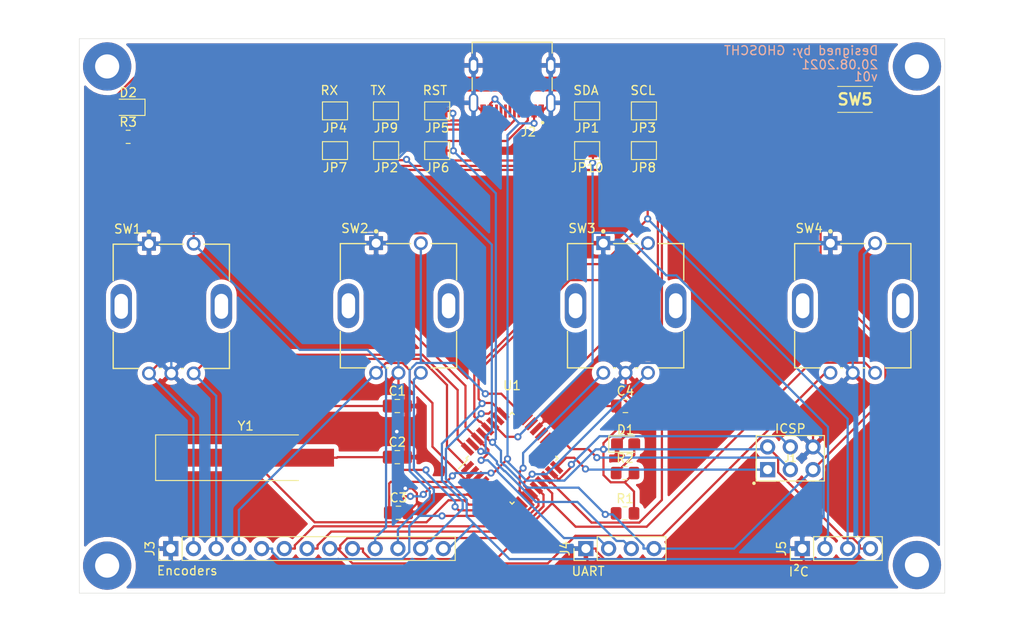
<source format=kicad_pcb>
(kicad_pcb (version 20171130) (host pcbnew "(5.1.10)-1")
  (title_block (title "LightControl Console") (date 2021-08-19) (rev v01) (comment 4 "Author: GHOSCHT"))
  (layers (0 F.Cu signal) (31 B.Cu signal) (34 B.Paste user) (35 F.Paste user) (36 B.SilkS user) (37 F.SilkS user) (38 B.Mask user) (39 F.Mask user) (44 Edge.Cuts user))
  (net 0 "")
  (net 1 "Net-(U1-Pad19)")
  (net 2 "Net-(U1-Pad20)")
  (net 3 "Net-(U1-Pad22)")
  (net 4 GND)
  (net 5 VCC)
  (net 6 XTAL1)
  (net 7 XTAL2)
  (net 8 "Net-(D1-Pad2)")
  (net 9 MOSI)
  (net 10 SCK)
  (net 11 MISO)
  (net 12 RST)
  (net 13 "Net-(J2-PadA6)")
  (net 14 "Net-(J2-PadB7)")
  (net 15 "Net-(J2-PadA5)")
  (net 16 "Net-(J2-PadB8)")
  (net 17 "Net-(J2-PadA7)")
  (net 18 "Net-(J2-PadB6)")
  (net 19 "Net-(J2-PadA8)")
  (net 20 "Net-(J2-PadB5)")
  (net 21 BTN4)
  (net 22 BTN3)
  (net 23 BTN2)
  (net 24 BTN1)
  (net 25 ENC4B)
  (net 26 ENC4A)
  (net 27 ENC3B)
  (net 28 ENC3A)
  (net 29 ENC2B)
  (net 30 ENC2A)
  (net 31 ENC1B)
  (net 32 ENC1A)
  (net 33 TX)
  (net 34 RX)
  (net 35 SDA)
  (net 36 SCL)
  (net 37 "Net-(D2-Pad2)")
  (net 38 LED)
  (net 39 "Net-(U1-Pad3)")
  (net 40 "Net-(U1-Pad6)")
  (module MountingHole:MountingHole_2.7mm_M2.5_Pad (layer F.Cu) (at 191.516 123.634)
    (fp_text reference PAD4 hide)
    (fp_text value MountingHole_2.7mm_M2.5_Pad)
    (pad 1 thru_hole circle (at 0 0) (size 5.4 5.4) (drill 2.7) (layers *.Cu *.Mask))
  )
  (module MountingHole:MountingHole_2.7mm_M2.5_Pad (layer F.Cu) (at 100.965 123.698)
    (fp_text reference PAD3 hide)
    (fp_text value MountingHole_2.7mm_M2.5_Pad)
    (pad 1 thru_hole circle (at 0 0) (size 5.4 5.4) (drill 2.7) (layers *.Cu *.Mask))
  )
  (module MountingHole:MountingHole_2.7mm_M2.5_Pad (layer F.Cu) (at 191.516 67.8815)
    (fp_text reference PAD2 hide)
    (fp_text value MountingHole_2.7mm_M2.5_Pad)
    (pad 1 thru_hole circle (at 0 0) (size 5.4 5.4) (drill 2.7) (layers *.Cu *.Mask))
  )
  (module MountingHole:MountingHole_2.7mm_M2.5_Pad (layer F.Cu) (at 100.965 67.8815)
    (fp_text reference PAD1 hide)
    (fp_text value MountingHole_2.7mm_M2.5_Pad)
    (pad 1 thru_hole circle (at 0 0) (size 5.4 5.4) (drill 2.7) (layers *.Cu *.Mask))
  )
  (module Capacitor_SMD:C_0805_2012Metric_Pad1.18x1.45mm_HandSolder (layer F.Cu) (at 133.414 105.854)
    (fp_text reference C1 (at 0 -1.68) (layer F.SilkS))
    (fp_text value 22p)
    (pad 1 smd roundrect (at -1.0375 0) (size 1.175 1.45) (layers F.Cu F.Paste F.Mask) (roundrect_rratio 0.212766) (net 6 XTAL1))
    (pad 2 smd roundrect (at 1.0375 0) (size 1.175 1.45) (layers F.Cu F.Paste F.Mask) (roundrect_rratio 0.212766) (net 4 GND))
  )
  (module Jumper:SolderJumper-2_P1.3mm_Open_Pad1.0x1.5mm (layer F.Cu) (at 160.985 77.2922)
    (fp_text reference JP8 (at 0 1.905) (layer F.SilkS))
    (fp_text value SolderJumper)
    (pad 2 smd rect (at 0.65 0) (size 1 1.5) (layers F.Cu F.Mask) (net 36 SCL))
    (pad 1 smd rect (at -0.65 0) (size 1 1.5) (layers F.Cu F.Mask) (net 14 "Net-(J2-PadB7)"))
  )
  (module AVR-ISP:AVR-ISP (layer F.Cu) (at 177.356 111.696)
    (fp_text reference J1 (at 0 0) (layer F.SilkS) (effects (font (size 0.787402 0.787402))))
    (fp_text value AVR-ISP-6)
    (fp_text user ICSP (at 0 -3.302) (layer F.SilkS))
    (pad 6 thru_hole circle (at 2.54 -1.27) (size 1.7 1.7) (drill 1) (layers *.Cu *.Mask) (net 4 GND))
    (pad 5 thru_hole circle (at 2.54 1.27) (size 1.7 1.7) (drill 1) (layers *.Cu *.Mask) (net 12 RST))
    (pad 1 thru_hole rect (at -2.54 1.27) (size 1.7 1.7) (drill 1) (layers *.Cu *.Mask) (net 11 MISO))
    (pad 2 thru_hole circle (at -2.54 -1.27) (size 1.7 1.7) (drill 1) (layers *.Cu *.Mask) (net 5 VCC))
    (pad 3 thru_hole circle (at 0 1.27) (size 1.7 1.7) (drill 1) (layers *.Cu *.Mask) (net 10 SCK))
    (pad 4 thru_hole circle (at 0 -1.27) (size 1.7 1.7) (drill 1) (layers *.Cu *.Mask) (net 9 MOSI))
  )
  (module Capacitor_SMD:C_0805_2012Metric_Pad1.18x1.45mm_HandSolder (layer F.Cu) (at 133.414 111.57)
    (fp_text reference C2 (at 0 -1.68) (layer F.SilkS))
    (fp_text value 22p)
    (pad 2 smd roundrect (at 1.0375 0) (size 1.175 1.45) (layers F.Cu F.Paste F.Mask) (roundrect_rratio 0.212766) (net 4 GND))
    (pad 1 smd roundrect (at -1.0375 0) (size 1.175 1.45) (layers F.Cu F.Paste F.Mask) (roundrect_rratio 0.212766) (net 7 XTAL2))
  )
  (module SKRKAEE020:SKRKAEE020 (layer F.Cu) (at 184.594 71.5645)
    (fp_text reference SW5 (at 0 0) (layer F.SilkS) (effects (font (size 1.27 1.27) (thickness 0.254))))
    (fp_text value SW_Push hide)
    (pad 1 smd rect (at -2.1 0) (size 0.8 2) (layers F.Cu F.Paste F.Mask) (net 12 RST))
    (pad 2 smd rect (at 2.1 0) (size 0.8 2) (layers F.Cu F.Paste F.Mask) (net 4 GND))
  )
  (module Resistor_SMD:R_0805_2012Metric_Pad1.20x1.40mm_HandSolder (layer F.Cu) (at 158.877 113.348)
    (fp_text reference R2 (at 0 -1.65) (layer F.SilkS))
    (fp_text value 200)
    (pad 1 smd roundrect (at -1 0) (size 1.2 1.4) (layers F.Cu F.Paste F.Mask) (roundrect_rratio 0.208333) (net 8 "Net-(D1-Pad2)"))
    (pad 2 smd roundrect (at 1 0) (size 1.2 1.4) (layers F.Cu F.Paste F.Mask) (roundrect_rratio 0.208333) (net 5 VCC))
  )
  (module Connector_PinHeader_2.54mm:PinHeader_1x04_P2.54mm_Vertical (layer F.Cu) (at 154.496 121.793 90)
    (fp_text reference J4 (at 0 -2.33 90) (layer F.SilkS))
    (fp_text value Conn_01x04)
    (pad 1 thru_hole rect (at 0 0 90) (size 1.7 1.7) (drill 1) (layers *.Cu *.Mask) (net 4 GND))
    (pad 2 thru_hole oval (at 0 2.54 90) (size 1.7 1.7) (drill 1) (layers *.Cu *.Mask) (net 34 RX))
    (pad 3 thru_hole oval (at 0 5.08 90) (size 1.7 1.7) (drill 1) (layers *.Cu *.Mask) (net 33 TX))
    (pad 4 thru_hole oval (at 0 7.62 90) (size 1.7 1.7) (drill 1) (layers *.Cu *.Mask) (net 12 RST))
  )
  (module Jumper:SolderJumper-2_P1.3mm_Open_Pad1.0x1.5mm (layer F.Cu) (at 154.635 72.8472 180)
    (fp_text reference JP1 (at 0 -1.905) (layer F.SilkS))
    (fp_text value SolderJumper)
    (pad 1 smd rect (at -0.65 0 180) (size 1 1.5) (layers F.Cu F.Mask) (net 35 SDA))
    (pad 2 smd rect (at 0.65 0 180) (size 1 1.5) (layers F.Cu F.Mask) (net 13 "Net-(J2-PadA6)"))
  )
  (module Jumper:SolderJumper-2_P1.3mm_Open_Pad1.0x1.5mm (layer F.Cu) (at 160.985 72.8472 180)
    (fp_text reference JP3 (at 0 -1.905) (layer F.SilkS))
    (fp_text value SolderJumper)
    (pad 2 smd rect (at 0.65 0 180) (size 1 1.5) (layers F.Cu F.Mask) (net 17 "Net-(J2-PadA7)"))
    (pad 1 smd rect (at -0.65 0 180) (size 1 1.5) (layers F.Cu F.Mask) (net 36 SCL))
  )
  (module Jumper:SolderJumper-2_P1.3mm_Open_Pad1.0x1.5mm (layer F.Cu) (at 154.635 77.2922)
    (fp_text reference JP10 (at 0 1.905) (layer F.SilkS))
    (fp_text value SolderJumper)
    (pad 2 smd rect (at 0.65 0) (size 1 1.5) (layers F.Cu F.Mask) (net 35 SDA))
    (pad 1 smd rect (at -0.65 0) (size 1 1.5) (layers F.Cu F.Mask) (net 18 "Net-(J2-PadB6)"))
  )
  (module Jumper:SolderJumper-2_P1.3mm_Bridged2Bar_Pad1.0x1.5mm (layer F.Cu) (at 132.156 77.2922)
    (fp_text reference JP2 (at 0 1.905) (layer F.SilkS))
    (fp_text value SolderJumper_Bridged)
    (fp_poly (pts (xy -0.25 0.2) (xy 0.25 0.2) (xy 0.25 0.6) (xy -0.25 0.6)) (layer F.Cu) (width 0))
    (fp_poly (pts (xy -0.25 -0.6) (xy 0.25 -0.6) (xy 0.25 -0.2) (xy -0.25 -0.2)) (layer F.Cu) (width 0))
    (pad 2 smd rect (at 0.65 0) (size 1 1.5) (layers F.Cu F.Mask) (net 13 "Net-(J2-PadA6)"))
    (pad 1 smd rect (at -0.65 0) (size 1 1.5) (layers F.Cu F.Mask) (net 33 TX))
  )
  (module Jumper:SolderJumper-2_P1.3mm_Bridged2Bar_Pad1.0x1.5mm (layer F.Cu) (at 132.141 72.8472 180)
    (fp_text reference JP9 (at 0 -1.905) (layer F.SilkS))
    (fp_text value SolderJumper_Bridged)
    (fp_poly (pts (xy -0.25 0.2) (xy 0.25 0.2) (xy 0.25 0.6) (xy -0.25 0.6)) (layer F.Cu) (width 0))
    (fp_poly (pts (xy -0.25 -0.6) (xy 0.25 -0.6) (xy 0.25 -0.2) (xy -0.25 -0.2)) (layer F.Cu) (width 0))
    (pad 2 smd rect (at 0.65 0 180) (size 1 1.5) (layers F.Cu F.Mask) (net 33 TX))
    (pad 1 smd rect (at -0.65 0 180) (size 1 1.5) (layers F.Cu F.Mask) (net 18 "Net-(J2-PadB6)"))
  )
  (module LED_SMD:LED_0805_2012Metric_Castellated (layer F.Cu) (at 158.94 110.109)
    (fp_text reference D1 (at 0 -1.6) (layer F.SilkS))
    (fp_text value 17-21/BHC-XL2M2TY/3T)
    (pad 1 smd roundrect (at -0.9625 0) (size 1.325 1.3) (layers F.Cu F.Paste F.Mask) (roundrect_rratio 0.192308) (net 4 GND))
    (pad 2 smd roundrect (at 0.9625 0) (size 1.325 1.3) (layers F.Cu F.Paste F.Mask) (roundrect_rratio 0.192308) (net 8 "Net-(D1-Pad2)"))
  )
  (module Connector_PinHeader_2.54mm:PinHeader_1x13_P2.54mm_Vertical (layer F.Cu) (at 108.077 121.793 90)
    (fp_text reference J3 (at 0 -2.33 90) (layer F.SilkS))
    (fp_text value Conn_01x13)
    (pad 1 thru_hole rect (at 0 0 90) (size 1.7 1.7) (drill 1) (layers *.Cu *.Mask) (net 4 GND))
    (pad 2 thru_hole oval (at 0 2.54 90) (size 1.7 1.7) (drill 1) (layers *.Cu *.Mask) (net 32 ENC1A))
    (pad 3 thru_hole oval (at 0 5.08 90) (size 1.7 1.7) (drill 1) (layers *.Cu *.Mask) (net 31 ENC1B))
    (pad 4 thru_hole oval (at 0 7.62 90) (size 1.7 1.7) (drill 1) (layers *.Cu *.Mask) (net 30 ENC2A))
    (pad 5 thru_hole oval (at 0 10.16 90) (size 1.7 1.7) (drill 1) (layers *.Cu *.Mask) (net 29 ENC2B))
    (pad 6 thru_hole oval (at 0 12.7 90) (size 1.7 1.7) (drill 1) (layers *.Cu *.Mask) (net 28 ENC3A))
    (pad 7 thru_hole oval (at 0 15.24 90) (size 1.7 1.7) (drill 1) (layers *.Cu *.Mask) (net 27 ENC3B))
    (pad 8 thru_hole oval (at 0 17.78 90) (size 1.7 1.7) (drill 1) (layers *.Cu *.Mask) (net 26 ENC4A))
    (pad 9 thru_hole oval (at 0 20.32 90) (size 1.7 1.7) (drill 1) (layers *.Cu *.Mask) (net 25 ENC4B))
    (pad 10 thru_hole oval (at 0 22.86 90) (size 1.7 1.7) (drill 1) (layers *.Cu *.Mask) (net 24 BTN1))
    (pad 11 thru_hole oval (at 0 25.4 90) (size 1.7 1.7) (drill 1) (layers *.Cu *.Mask) (net 23 BTN2))
    (pad 12 thru_hole oval (at 0 27.94 90) (size 1.7 1.7) (drill 1) (layers *.Cu *.Mask) (net 22 BTN3))
    (pad 13 thru_hole oval (at 0 30.48 90) (size 1.7 1.7) (drill 1) (layers *.Cu *.Mask) (net 21 BTN4))
  )
  (module Connector_PinHeader_2.54mm:PinHeader_1x04_P2.54mm_Vertical (layer F.Cu) (at 178.689 121.793 90)
    (fp_text reference J5 (at 0 -2.33 90) (layer F.SilkS))
    (fp_text value Conn_01x04)
    (pad 1 thru_hole rect (at 0 0 90) (size 1.7 1.7) (drill 1) (layers *.Cu *.Mask) (net 4 GND))
    (pad 2 thru_hole oval (at 0 2.54 90) (size 1.7 1.7) (drill 1) (layers *.Cu *.Mask) (net 35 SDA))
    (pad 3 thru_hole oval (at 0 5.08 90) (size 1.7 1.7) (drill 1) (layers *.Cu *.Mask) (net 36 SCL))
    (pad 4 thru_hole oval (at 0 7.62 90) (size 1.7 1.7) (drill 1) (layers *.Cu *.Mask) (net 5 VCC))
  )
  (module Bourns-PEC11R-4220F-S0012:Bourns-PEC11R-4220F-S0012-MFG (layer F.Cu) (at 108.14 94.7039)
    (fp_text reference SW1 (at -6.5 -8.65) (layer F.SilkS) (effects (justify left)))
    (fp_text value PEC11R-4220F-S0012)
    (pad S1 thru_hole rect (at -2.5 -7) (size 1.55 1.55) (drill 1) (layers *.Cu *.Mask) (net 4 GND))
    (pad S2 thru_hole circle (at 2.5 -7) (size 1.55 1.55) (drill 1) (layers *.Cu *.Mask) (net 24 BTN1))
    (pad A thru_hole circle (at -2.5 7.5) (size 1.55 1.55) (drill 1) (layers *.Cu *.Mask) (net 32 ENC1A))
    (pad C thru_hole circle (at 0 7.5) (size 1.55 1.55) (drill 1) (layers *.Cu *.Mask) (net 4 GND))
    (pad B thru_hole circle (at 2.5 7.5) (size 1.55 1.55) (drill 1) (layers *.Cu *.Mask) (net 31 ENC1B))
    (pad 3 thru_hole roundrect (at -5.6 0) (size 2.4 5) (drill oval 1.5 2.8) (layers *.Cu *.Mask) (roundrect_rratio 0.5))
    (pad 4 thru_hole roundrect (at 5.6 0) (size 2.4 5) (drill oval 1.5 2.8) (layers *.Cu *.Mask) (roundrect_rratio 0.5))
  )
  (module Crystal:Crystal_SMD_HC49-SD_HandSoldering (layer F.Cu) (at 116.459 111.633)
    (fp_text reference Y1 (at 0 -3.55) (layer F.SilkS))
    (fp_text value 16MHz)
    (pad 2 smd rect (at 5.9375 0) (size 7.875 2) (layers F.Cu F.Paste F.Mask) (net 7 XTAL2))
    (pad 1 smd rect (at -5.9375 0) (size 7.875 2) (layers F.Cu F.Paste F.Mask) (net 6 XTAL1))
  )
  (module HRO_TYPE-C-31-M-12:HRO_TYPE-C-31-M-12 (layer F.Cu) (at 146.253 67.7672 180)
    (fp_text reference J2 (at -1.825 -7.435) (layer F.SilkS))
    (fp_text value TYPE-C-31-M-12)
    (pad A1B12 smd rect (at -3.25 -5.095 180) (size 0.6 1.45) (layers F.Cu F.Paste F.Mask) (net 4 GND))
    (pad A4B9 smd rect (at -2.45 -5.095 180) (size 0.6 1.45) (layers F.Cu F.Paste F.Mask) (net 5 VCC))
    (pad A6 smd rect (at -0.25 -5.095 180) (size 0.3 1.45) (layers F.Cu F.Paste F.Mask) (net 13 "Net-(J2-PadA6)"))
    (pad B7 smd rect (at -0.75 -5.095 180) (size 0.3 1.45) (layers F.Cu F.Paste F.Mask) (net 14 "Net-(J2-PadB7)"))
    (pad A5 smd rect (at -1.25 -5.095 180) (size 0.3 1.45) (layers F.Cu F.Paste F.Mask) (net 15 "Net-(J2-PadA5)"))
    (pad B8 smd rect (at -1.75 -5.095 180) (size 0.3 1.45) (layers F.Cu F.Paste F.Mask) (net 16 "Net-(J2-PadB8)"))
    (pad A7 smd rect (at 0.25 -5.095 180) (size 0.3 1.45) (layers F.Cu F.Paste F.Mask) (net 17 "Net-(J2-PadA7)"))
    (pad B6 smd rect (at 0.75 -5.095 180) (size 0.3 1.45) (layers F.Cu F.Paste F.Mask) (net 18 "Net-(J2-PadB6)"))
    (pad A8 smd rect (at 1.25 -5.095 180) (size 0.3 1.45) (layers F.Cu F.Paste F.Mask) (net 19 "Net-(J2-PadA8)"))
    (pad B5 smd rect (at 1.75 -5.095 180) (size 0.3 1.45) (layers F.Cu F.Paste F.Mask) (net 20 "Net-(J2-PadB5)"))
    (pad B4A9 smd rect (at 2.45 -5.095 180) (size 0.6 1.45) (layers F.Cu F.Paste F.Mask) (net 5 VCC))
    (pad B1A12 smd rect (at 3.25 -5.095 180) (size 0.6 1.45) (layers F.Cu F.Paste F.Mask) (net 4 GND))
    (pad S1 thru_hole oval (at -4.32 -4.18 180) (size 1.05 2.1) (drill oval 0.65 1.75) (layers *.Cu *.Mask) (net 4 GND))
    (pad S2 thru_hole oval (at 4.32 -4.18 180) (size 1.05 2.1) (drill oval 0.65 1.75) (layers *.Cu *.Mask) (net 4 GND))
    (pad S3 thru_hole oval (at -4.32 0 180) (size 1.05 2.1) (drill oval 0.65 1.25) (layers *.Cu *.Mask) (net 4 GND))
    (pad S4 thru_hole oval (at 4.32 0 180) (size 1.05 2.1) (drill oval 0.65 1.25) (layers *.Cu *.Mask) (net 4 GND))
    (pad None np_thru_hole circle (at -2.89 -3.65 180) (size 0.7 0.7) (drill 0.7) (layers *.Cu *.Mask))
    (pad None np_thru_hole circle (at 2.89 -3.65 180) (size 0.7 0.7) (drill 0.7) (layers *.Cu *.Mask))
  )
  (module Capacitor_SMD:C_0805_2012Metric_Pad1.18x1.45mm_HandSolder (layer F.Cu) (at 133.54 117.792)
    (fp_text reference C3 (at 0 -1.68) (layer F.SilkS))
    (fp_text value 100n)
    (pad 1 smd roundrect (at -1.0375 0) (size 1.175 1.45) (layers F.Cu F.Paste F.Mask) (roundrect_rratio 0.212766) (net 5 VCC))
    (pad 2 smd roundrect (at 1.0375 0) (size 1.175 1.45) (layers F.Cu F.Paste F.Mask) (roundrect_rratio 0.212766) (net 4 GND))
  )
  (module Jumper:SolderJumper-2_P1.3mm_Bridged2Bar_Pad1.0x1.5mm (layer F.Cu) (at 126.441 72.8472)
    (fp_text reference JP4 (at 0 1.905) (layer F.SilkS))
    (fp_text value SolderJumper_Bridged)
    (fp_poly (pts (xy -0.25 -0.6) (xy 0.25 -0.6) (xy 0.25 -0.2) (xy -0.25 -0.2)) (layer F.Cu) (width 0))
    (fp_poly (pts (xy -0.25 0.2) (xy 0.25 0.2) (xy 0.25 0.6) (xy -0.25 0.6)) (layer F.Cu) (width 0))
    (pad 1 smd rect (at -0.65 0) (size 1 1.5) (layers F.Cu F.Mask) (net 34 RX))
    (pad 2 smd rect (at 0.65 0) (size 1 1.5) (layers F.Cu F.Mask) (net 17 "Net-(J2-PadA7)"))
  )
  (module Resistor_SMD:R_0805_2012Metric_Pad1.20x1.40mm_HandSolder (layer F.Cu) (at 158.877 117.856)
    (fp_text reference R1 (at 0 -1.65) (layer F.SilkS))
    (fp_text value 10k)
    (pad 1 smd roundrect (at -1 0) (size 1.2 1.4) (layers F.Cu F.Paste F.Mask) (roundrect_rratio 0.208333) (net 12 RST))
    (pad 2 smd roundrect (at 1 0) (size 1.2 1.4) (layers F.Cu F.Paste F.Mask) (roundrect_rratio 0.208333) (net 5 VCC))
  )
  (module Jumper:SolderJumper-2_P1.3mm_Bridged2Bar_Pad1.0x1.5mm (layer F.Cu) (at 137.871 72.8472 180)
    (fp_text reference JP5 (at 0 -1.905) (layer F.SilkS))
    (fp_text value SolderJumper_Bridged)
    (fp_poly (pts (xy -0.25 0.2) (xy 0.25 0.2) (xy 0.25 0.6) (xy -0.25 0.6)) (layer F.Cu) (width 0))
    (fp_poly (pts (xy -0.25 -0.6) (xy 0.25 -0.6) (xy 0.25 -0.2) (xy -0.25 -0.2)) (layer F.Cu) (width 0))
    (pad 2 smd rect (at 0.65 0 180) (size 1 1.5) (layers F.Cu F.Mask) (net 19 "Net-(J2-PadA8)"))
    (pad 1 smd rect (at -0.65 0 180) (size 1 1.5) (layers F.Cu F.Mask) (net 12 RST))
  )
  (module Jumper:SolderJumper-2_P1.3mm_Bridged2Bar_Pad1.0x1.5mm (layer F.Cu) (at 137.871 77.2922)
    (fp_text reference JP6 (at 0 1.905) (layer F.SilkS))
    (fp_text value SolderJumper_Bridged)
    (fp_poly (pts (xy -0.25 -0.6) (xy 0.25 -0.6) (xy 0.25 -0.2) (xy -0.25 -0.2)) (layer F.Cu) (width 0))
    (fp_poly (pts (xy -0.25 0.2) (xy 0.25 0.2) (xy 0.25 0.6) (xy -0.25 0.6)) (layer F.Cu) (width 0))
    (pad 1 smd rect (at -0.65 0) (size 1 1.5) (layers F.Cu F.Mask) (net 16 "Net-(J2-PadB8)"))
    (pad 2 smd rect (at 0.65 0) (size 1 1.5) (layers F.Cu F.Mask) (net 12 RST))
  )
  (module Jumper:SolderJumper-2_P1.3mm_Bridged2Bar_Pad1.0x1.5mm (layer F.Cu) (at 126.441 77.2922 180)
    (fp_text reference JP7 (at 0 -1.905) (layer F.SilkS))
    (fp_text value SolderJumper_Bridged)
    (fp_poly (pts (xy -0.25 -0.6) (xy 0.25 -0.6) (xy 0.25 -0.2) (xy -0.25 -0.2)) (layer F.Cu) (width 0))
    (fp_poly (pts (xy -0.25 0.2) (xy 0.25 0.2) (xy 0.25 0.6) (xy -0.25 0.6)) (layer F.Cu) (width 0))
    (pad 1 smd rect (at -0.65 0 180) (size 1 1.5) (layers F.Cu F.Mask) (net 14 "Net-(J2-PadB7)"))
    (pad 2 smd rect (at 0.65 0 180) (size 1 1.5) (layers F.Cu F.Mask) (net 34 RX))
  )
  (module Package_QFP:TQFP-32_7x7mm_P0.8mm (layer F.Cu) (at 146.24 111.696 45)
    (fp_text reference U1 (at 5.747364 -5.747364 180) (layer F.SilkS))
    (fp_text value ATmega328PB-AU)
    (pad 1 smd rect (at -4.25 -2.8 45) (size 1.6 0.55) (layers F.Cu F.Paste F.Mask) (net 31 ENC1B))
    (pad 2 smd rect (at -4.25 -2 45) (size 1.6 0.55) (layers F.Cu F.Paste F.Mask) (net 30 ENC2A))
    (pad 3 smd rect (at -4.25 -1.2 45) (size 1.6 0.55) (layers F.Cu F.Paste F.Mask) (net 39 "Net-(U1-Pad3)"))
    (pad 4 smd rect (at -4.25 -0.4 45) (size 1.6 0.55) (layers F.Cu F.Paste F.Mask) (net 5 VCC))
    (pad 5 smd rect (at -4.25 0.4 45) (size 1.6 0.55) (layers F.Cu F.Paste F.Mask) (net 4 GND))
    (pad 6 smd rect (at -4.25 1.2 45) (size 1.6 0.55) (layers F.Cu F.Paste F.Mask) (net 40 "Net-(U1-Pad6)"))
    (pad 7 smd rect (at -4.25 2 45) (size 1.6 0.55) (layers F.Cu F.Paste F.Mask) (net 6 XTAL1))
    (pad 8 smd rect (at -4.25 2.8 45) (size 1.6 0.55) (layers F.Cu F.Paste F.Mask) (net 7 XTAL2))
    (pad 9 smd rect (at -2.8 4.25 135) (size 1.6 0.55) (layers F.Cu F.Paste F.Mask) (net 29 ENC2B))
    (pad 10 smd rect (at -2 4.25 135) (size 1.6 0.55) (layers F.Cu F.Paste F.Mask) (net 28 ENC3A))
    (pad 11 smd rect (at -1.2 4.25 135) (size 1.6 0.55) (layers F.Cu F.Paste F.Mask) (net 27 ENC3B))
    (pad 12 smd rect (at -0.4 4.25 135) (size 1.6 0.55) (layers F.Cu F.Paste F.Mask) (net 26 ENC4A))
    (pad 13 smd rect (at 0.4 4.25 135) (size 1.6 0.55) (layers F.Cu F.Paste F.Mask) (net 25 ENC4B))
    (pad 14 smd rect (at 1.2 4.25 135) (size 1.6 0.55) (layers F.Cu F.Paste F.Mask) (net 38 LED))
    (pad 15 smd rect (at 2 4.25 135) (size 1.6 0.55) (layers F.Cu F.Paste F.Mask) (net 9 MOSI))
    (pad 16 smd rect (at 2.8 4.25 135) (size 1.6 0.55) (layers F.Cu F.Paste F.Mask) (net 11 MISO))
    (pad 17 smd rect (at 4.25 2.8 45) (size 1.6 0.55) (layers F.Cu F.Paste F.Mask) (net 10 SCK))
    (pad 18 smd rect (at 4.25 2 45) (size 1.6 0.55) (layers F.Cu F.Paste F.Mask) (net 5 VCC))
    (pad 19 smd rect (at 4.25 1.2 45) (size 1.6 0.55) (layers F.Cu F.Paste F.Mask) (net 1 "Net-(U1-Pad19)"))
    (pad 20 smd rect (at 4.25 0.4 45) (size 1.6 0.55) (layers F.Cu F.Paste F.Mask) (net 2 "Net-(U1-Pad20)"))
    (pad 21 smd rect (at 4.25 -0.4 45) (size 1.6 0.55) (layers F.Cu F.Paste F.Mask) (net 4 GND))
    (pad 22 smd rect (at 4.25 -1.2 45) (size 1.6 0.55) (layers F.Cu F.Paste F.Mask) (net 3 "Net-(U1-Pad22)"))
    (pad 23 smd rect (at 4.25 -2 45) (size 1.6 0.55) (layers F.Cu F.Paste F.Mask) (net 24 BTN1))
    (pad 24 smd rect (at 4.25 -2.8 45) (size 1.6 0.55) (layers F.Cu F.Paste F.Mask) (net 23 BTN2))
    (pad 25 smd rect (at 2.8 -4.25 135) (size 1.6 0.55) (layers F.Cu F.Paste F.Mask) (net 22 BTN3))
    (pad 26 smd rect (at 2 -4.25 135) (size 1.6 0.55) (layers F.Cu F.Paste F.Mask) (net 21 BTN4))
    (pad 27 smd rect (at 1.2 -4.25 135) (size 1.6 0.55) (layers F.Cu F.Paste F.Mask) (net 35 SDA))
    (pad 28 smd rect (at 0.4 -4.25 135) (size 1.6 0.55) (layers F.Cu F.Paste F.Mask) (net 36 SCL))
    (pad 29 smd rect (at -0.4 -4.25 135) (size 1.6 0.55) (layers F.Cu F.Paste F.Mask) (net 12 RST))
    (pad 30 smd rect (at -1.2 -4.25 135) (size 1.6 0.55) (layers F.Cu F.Paste F.Mask) (net 34 RX))
    (pad 31 smd rect (at -2 -4.25 135) (size 1.6 0.55) (layers F.Cu F.Paste F.Mask) (net 33 TX))
    (pad 32 smd rect (at -2.8 -4.25 135) (size 1.6 0.55) (layers F.Cu F.Paste F.Mask) (net 32 ENC1A))
  )
  (module Bourns-PEC11R-4220F-S0012:Bourns-PEC11R-4220F-S0012-MFG (layer F.Cu) (at 133.54 94.6404)
    (fp_text reference SW2 (at -6.5 -8.65) (layer F.SilkS) (effects (justify left)))
    (fp_text value PEC11R-4220F-S0012)
    (pad 4 thru_hole roundrect (at 5.6 0) (size 2.4 5) (drill oval 1.5 2.8) (layers *.Cu *.Mask) (roundrect_rratio 0.5))
    (pad 3 thru_hole roundrect (at -5.6 0) (size 2.4 5) (drill oval 1.5 2.8) (layers *.Cu *.Mask) (roundrect_rratio 0.5))
    (pad B thru_hole circle (at 2.5 7.5) (size 1.55 1.55) (drill 1) (layers *.Cu *.Mask) (net 29 ENC2B))
    (pad C thru_hole circle (at 0 7.5) (size 1.55 1.55) (drill 1) (layers *.Cu *.Mask) (net 4 GND))
    (pad A thru_hole circle (at -2.5 7.5) (size 1.55 1.55) (drill 1) (layers *.Cu *.Mask) (net 30 ENC2A))
    (pad S2 thru_hole circle (at 2.5 -7) (size 1.55 1.55) (drill 1) (layers *.Cu *.Mask) (net 23 BTN2))
    (pad S1 thru_hole rect (at -2.5 -7) (size 1.55 1.55) (drill 1) (layers *.Cu *.Mask) (net 4 GND))
  )
  (module LED_SMD:LED_0805_2012Metric_Castellated (layer F.Cu) (at 103.314 72.4535 180)
    (fp_text reference D2 (at 0 1.651) (layer F.SilkS))
    (fp_text value 17-21/BHC-XL2M2TY/3T)
    (pad 1 smd roundrect (at -0.9625 0 180) (size 1.325 1.3) (layers F.Cu F.Paste F.Mask) (roundrect_rratio 0.192308) (net 4 GND))
    (pad 2 smd roundrect (at 0.9625 0 180) (size 1.325 1.3) (layers F.Cu F.Paste F.Mask) (roundrect_rratio 0.192308) (net 37 "Net-(D2-Pad2)"))
  )
  (module Resistor_SMD:R_0805_2012Metric_Pad1.20x1.40mm_HandSolder (layer F.Cu) (at 103.314 75.7555 180)
    (fp_text reference R3 (at 0 1.651) (layer F.SilkS))
    (fp_text value 200)
    (pad 1 smd roundrect (at -1 0 180) (size 1.2 1.4) (layers F.Cu F.Paste F.Mask) (roundrect_rratio 0.208333) (net 37 "Net-(D2-Pad2)"))
    (pad 2 smd roundrect (at 1 0 180) (size 1.2 1.4) (layers F.Cu F.Paste F.Mask) (roundrect_rratio 0.208333) (net 38 LED))
  )
  (module Bourns-PEC11R-4220F-S0012:Bourns-PEC11R-4220F-S0012-MFG (layer F.Cu) (at 158.94 94.6404)
    (fp_text reference SW3 (at -6.5 -8.65) (layer F.SilkS) (effects (justify left)))
    (fp_text value PEC11R-4220F-S0012)
    (pad S1 thru_hole rect (at -2.5 -7) (size 1.55 1.55) (drill 1) (layers *.Cu *.Mask) (net 4 GND))
    (pad S2 thru_hole circle (at 2.5 -7) (size 1.55 1.55) (drill 1) (layers *.Cu *.Mask) (net 22 BTN3))
    (pad A thru_hole circle (at -2.5 7.5) (size 1.55 1.55) (drill 1) (layers *.Cu *.Mask) (net 28 ENC3A))
    (pad C thru_hole circle (at 0 7.5) (size 1.55 1.55) (drill 1) (layers *.Cu *.Mask) (net 4 GND))
    (pad B thru_hole circle (at 2.5 7.5) (size 1.55 1.55) (drill 1) (layers *.Cu *.Mask) (net 27 ENC3B))
    (pad 3 thru_hole roundrect (at -5.6 0) (size 2.4 5) (drill oval 1.5 2.8) (layers *.Cu *.Mask) (roundrect_rratio 0.5))
    (pad 4 thru_hole roundrect (at 5.6 0) (size 2.4 5) (drill oval 1.5 2.8) (layers *.Cu *.Mask) (roundrect_rratio 0.5))
  )
  (module Bourns-PEC11R-4220F-S0012:Bourns-PEC11R-4220F-S0012-MFG (layer F.Cu) (at 184.34 94.6404)
    (fp_text reference SW4 (at -6.5 -8.65) (layer F.SilkS) (effects (justify left)))
    (fp_text value PEC11R-4220F-S0012)
    (pad 4 thru_hole roundrect (at 5.6 0) (size 2.4 5) (drill oval 1.5 2.8) (layers *.Cu *.Mask) (roundrect_rratio 0.5))
    (pad 3 thru_hole roundrect (at -5.6 0) (size 2.4 5) (drill oval 1.5 2.8) (layers *.Cu *.Mask) (roundrect_rratio 0.5))
    (pad B thru_hole circle (at 2.5 7.5) (size 1.55 1.55) (drill 1) (layers *.Cu *.Mask) (net 25 ENC4B))
    (pad C thru_hole circle (at 0 7.5) (size 1.55 1.55) (drill 1) (layers *.Cu *.Mask) (net 4 GND))
    (pad A thru_hole circle (at -2.5 7.5) (size 1.55 1.55) (drill 1) (layers *.Cu *.Mask) (net 26 ENC4A))
    (pad S2 thru_hole circle (at 2.5 -7) (size 1.55 1.55) (drill 1) (layers *.Cu *.Mask) (net 21 BTN4))
    (pad S1 thru_hole rect (at -2.5 -7) (size 1.55 1.55) (drill 1) (layers *.Cu *.Mask) (net 4 GND))
  )
  (module Capacitor_SMD:C_0805_2012Metric_Pad1.18x1.45mm_HandSolder (layer F.Cu) (at 158.919 105.854)
    (fp_text reference C4 (at 0 -1.68) (layer F.SilkS))
    (fp_text value 100n)
    (pad 1 smd roundrect (at -1.0375 0) (size 1.175 1.45) (layers F.Cu F.Paste F.Mask) (roundrect_rratio 0.212766) (net 5 VCC))
    (pad 2 smd roundrect (at 1.0375 0) (size 1.175 1.45) (layers F.Cu F.Paste F.Mask) (roundrect_rratio 0.212766) (net 4 GND))
  )
  (gr_text 20.08.2021 (at 182.88 67.691) (layer B.SilkS) (effects (font (size 1 1)) (justify mirror)))
  (gr_text Encoders (at 109.9185 124.2695) (layer F.SilkS) (effects (font (size 1 1))))
  (gr_text UART (at 154.7495 124.333) (layer F.SilkS) (effects (font (size 1 1))))
  (gr_text I²C (at 178.308 124.3965) (layer F.SilkS) (effects (font (size 1 1))))
  (gr_text "Designed by: GHOSCHT" (at 178.562 66.1035) (layer B.SilkS) (effects (font (size 1 1)) (justify mirror)))
  (gr_text v01 (at 185.801 69.0245) (layer B.SilkS) (effects (font (size 1 1)) (justify mirror)))
  (gr_line (start 194.6275 64.77) (end 194.6275 126.7775) (layer Edge.Cuts) (width 0.05))
  (gr_line (start 97.8535 64.77) (end 97.8535 126.7775) (layer Edge.Cuts) (width 0.05))
  (gr_line (start 194.6275 64.77) (end 97.8535 64.77) (layer Edge.Cuts) (width 0.05))
  (gr_line (start 97.8535 126.7775) (end 194.6275 126.7775) (layer Edge.Cuts) (width 0.05))
  (gr_text RST (at 137.6172 70.5612) (layer F.SilkS) (effects (font (size 1 1))))
  (gr_text TX (at 131.2672 70.5612) (layer F.SilkS) (effects (font (size 1 1))))
  (gr_text RX (at 125.8062 70.5612) (layer F.SilkS) (effects (font (size 1 1))))
  (gr_text SCL (at 160.8582 70.5612) (layer F.SilkS) (effects (font (size 1 1))))
  (gr_text SDA (at 154.5082 70.5612) (layer F.SilkS) (effects (font (size 1 1))))
  (segment (start 141.933 71.9472) (end 142.848 72.8622) (width 0.25) (layer F.Cu) (net 4))
  (segment (start 142.848 72.8622) (end 143.003 72.8622) (width 0.25) (layer F.Cu) (net 4))
  (segment (start 131.04 87.6404) (end 131.04 88.7407) (width 0.25) (layer B.Cu) (net 4))
  (segment (start 131.04 88.7407) (end 133.54 91.2407) (width 0.25) (layer B.Cu) (net 4))
  (segment (start 133.54 91.2407) (end 133.54 102.1404) (width 0.25) (layer B.Cu) (net 4))
  (segment (start 131.04 87.6404) (end 131.04 86.596) (width 0.25) (layer B.Cu) (net 4))
  (segment (start 179.896 110.426) (end 181.0836 111.6136) (width 0.25) (layer B.Cu) (net 4))
  (segment (start 181.0836 111.6136) (end 181.0836 118.2231) (width 0.25) (layer B.Cu) (net 4))
  (segment (start 181.0836 118.2231) (end 178.689 120.6177) (width 0.25) (layer B.Cu) (net 4))
  (segment (start 141.933 71.9472) (end 139.7504 71.9472) (width 0.25) (layer B.Cu) (net 4))
  (segment (start 139.7504 71.9472) (end 131.04 80.6576) (width 0.25) (layer B.Cu) (net 4))
  (segment (start 131.04 80.6576) (end 131.04 86.596) (width 0.25) (layer B.Cu) (net 4))
  (segment (start 108.077 121.793) (end 108.077 120.6177) (width 0.25) (layer F.Cu) (net 4))
  (segment (start 108.14 102.2039) (end 106.2586 104.0853) (width 0.25) (layer F.Cu) (net 4))
  (segment (start 106.2586 104.0853) (end 106.2586 118.7993) (width 0.25) (layer F.Cu) (net 4))
  (segment (start 106.2586 118.7993) (end 108.077 120.6177) (width 0.25) (layer F.Cu) (net 4))
  (segment (start 181.84 87.6404) (end 181.84 88.7407) (width 0.25) (layer B.Cu) (net 4))
  (segment (start 184.34 102.1404) (end 184.34 91.2407) (width 0.25) (layer B.Cu) (net 4))
  (segment (start 184.34 91.2407) (end 181.84 88.7407) (width 0.25) (layer B.Cu) (net 4))
  (segment (start 156.44 87.6404) (end 156.44 88.7407) (width 0.25) (layer B.Cu) (net 4))
  (segment (start 160.0485 101.0319) (end 170.5019 101.0319) (width 0.25) (layer B.Cu) (net 4))
  (segment (start 170.5019 101.0319) (end 179.896 110.426) (width 0.25) (layer B.Cu) (net 4))
  (segment (start 158.94 102.1404) (end 160.0485 101.0319) (width 0.25) (layer B.Cu) (net 4))
  (segment (start 160.0485 101.0319) (end 160.0485 92.3492) (width 0.25) (layer B.Cu) (net 4))
  (segment (start 160.0485 92.3492) (end 156.44 88.7407) (width 0.25) (layer B.Cu) (net 4))
  (segment (start 131.04 87.6404) (end 132.1403 87.6404) (width 0.25) (layer F.Cu) (net 4))
  (segment (start 156.44 87.6404) (end 155.3397 87.6404) (width 0.25) (layer F.Cu) (net 4))
  (segment (start 155.3397 87.6404) (end 154.2394 86.5401) (width 0.25) (layer F.Cu) (net 4))
  (segment (start 154.2394 86.5401) (end 133.2406 86.5401) (width 0.25) (layer F.Cu) (net 4))
  (segment (start 133.2406 86.5401) (end 132.1403 87.6404) (width 0.25) (layer F.Cu) (net 4))
  (segment (start 133.54 102.1404) (end 133.54 104.9425) (width 0.25) (layer F.Cu) (net 4))
  (segment (start 133.54 104.9425) (end 134.4515 105.854) (width 0.25) (layer F.Cu) (net 4))
  (segment (start 131.04 86.596) (end 107.8482 86.596) (width 0.25) (layer B.Cu) (net 4))
  (segment (start 107.8482 86.596) (end 106.7403 87.7039) (width 0.25) (layer B.Cu) (net 4))
  (segment (start 105.64 87.7039) (end 106.7403 87.7039) (width 0.25) (layer B.Cu) (net 4))
  (segment (start 181.84 87.6404) (end 181.84 86.5401) (width 0.25) (layer F.Cu) (net 4))
  (segment (start 181.84 86.5401) (end 186.694 81.6861) (width 0.25) (layer F.Cu) (net 4))
  (segment (start 186.694 81.6861) (end 186.694 71.5645) (width 0.25) (layer F.Cu) (net 4))
  (segment (start 155.6713 121.793) (end 155.6713 122.0905) (width 0.25) (layer F.Cu) (net 4))
  (segment (start 155.6713 122.0905) (end 156.5491 122.9683) (width 0.25) (layer F.Cu) (net 4))
  (segment (start 156.5491 122.9683) (end 176.3384 122.9683) (width 0.25) (layer F.Cu) (net 4))
  (segment (start 176.3384 122.9683) (end 177.5137 121.793) (width 0.25) (layer F.Cu) (net 4))
  (segment (start 179.896 110.426) (end 179.896 106.5844) (width 0.25) (layer F.Cu) (net 4))
  (segment (start 179.896 106.5844) (end 184.34 102.1404) (width 0.25) (layer F.Cu) (net 4))
  (segment (start 141.933 71.9472) (end 141.933 67.7672) (width 0.25) (layer B.Cu) (net 4))
  (segment (start 178.689 121.793) (end 178.689 120.6177) (width 0.25) (layer B.Cu) (net 4))
  (segment (start 178.689 121.793) (end 177.5137 121.793) (width 0.25) (layer F.Cu) (net 4))
  (segment (start 154.496 121.793) (end 155.6713 121.793) (width 0.25) (layer F.Cu) (net 4))
  (segment (start 150.573 71.9472) (end 149.658 72.8622) (width 0.25) (layer F.Cu) (net 4))
  (segment (start 149.658 72.8622) (end 149.503 72.8622) (width 0.25) (layer F.Cu) (net 4))
  (segment (start 134.4515 111.57) (end 134.4515 105.854) (width 0.25) (layer F.Cu) (net 4))
  (segment (start 105.64 87.7039) (end 105.64 88.8042) (width 0.25) (layer B.Cu) (net 4))
  (segment (start 105.64 88.8042) (end 108.14 91.3042) (width 0.25) (layer B.Cu) (net 4))
  (segment (start 108.14 91.3042) (end 108.14 102.2039) (width 0.25) (layer B.Cu) (net 4))
  (segment (start 104.2765 72.4535) (end 105.64 73.817) (width 0.25) (layer F.Cu) (net 4))
  (segment (start 105.64 73.817) (end 105.64 87.7039) (width 0.25) (layer F.Cu) (net 4))
  (segment (start 158.94 104.4451) (end 159.9565 105.4616) (width 0.25) (layer F.Cu) (net 4))
  (segment (start 159.9565 105.4616) (end 159.9565 105.854) (width 0.25) (layer F.Cu) (net 4))
  (segment (start 158.94 104.4451) (end 158.94 102.1404) (width 0.25) (layer F.Cu) (net 4))
  (segment (start 157.9775 110.109) (end 159.9565 108.13) (width 0.25) (layer F.Cu) (net 4))
  (segment (start 159.9565 108.13) (end 159.9565 105.854) (width 0.25) (layer F.Cu) (net 4))
  (segment (start 141.933 67.7672) (end 150.573 67.7672) (width 0.25) (layer F.Cu) (net 4))
  (segment (start 150.573 71.9472) (end 150.573 69.1425) (width 0.25) (layer B.Cu) (net 4))
  (segment (start 150.573 67.7672) (end 150.573 69.1425) (width 0.25) (layer B.Cu) (net 4))
  (via (at 133.35 108.712) (size 0.8) (drill 0.4) (layers F.Cu B.Cu) (net 4))
  (segment (start 133.35 110.4685) (end 134.4515 111.57) (width 0.25) (layer F.Cu) (net 4))
  (segment (start 133.35 108.712) (end 133.35 110.4685) (width 0.25) (layer F.Cu) (net 4))
  (segment (start 152.925214 104.4451) (end 148.962361 108.407953) (width 0.25) (layer F.Cu) (net 4))
  (segment (start 159.50719 105.854) (end 159.9565 105.854) (width 0.25) (layer F.Cu) (net 4))
  (segment (start 158.09829 104.4451) (end 159.50719 105.854) (width 0.25) (layer F.Cu) (net 4))
  (segment (start 152.925214 104.4451) (end 158.09829 104.4451) (width 0.25) (layer F.Cu) (net 4))
  (via (at 134.3025 115.062) (size 0.8) (drill 0.4) (layers F.Cu B.Cu) (net 4))
  (segment (start 134.3025 115.062) (end 133.731 115.062) (width 0.25) (layer B.Cu) (net 4))
  (segment (start 133.731 115.062) (end 133.35 114.681) (width 0.25) (layer B.Cu) (net 4))
  (segment (start 133.35 108.712) (end 133.35 114.681) (width 0.25) (layer B.Cu) (net 4))
  (segment (start 137.353046 115.7797) (end 142.721986 115.7797) (width 0.25) (layer F.Cu) (net 4))
  (segment (start 134.5775 117.792) (end 135.340746 117.792) (width 0.25) (layer F.Cu) (net 4))
  (segment (start 135.340746 117.792) (end 137.353046 115.7797) (width 0.25) (layer F.Cu) (net 4))
  (segment (start 142.721986 115.7797) (end 143.517639 114.984047) (width 0.25) (layer F.Cu) (net 4))
  (segment (start 135.058004 115.062) (end 134.3025 115.062) (width 0.25) (layer F.Cu) (net 4))
  (segment (start 134.5775 117.792) (end 135.599002 116.770498) (width 0.25) (layer F.Cu) (net 4))
  (segment (start 135.599002 115.602998) (end 135.058004 115.062) (width 0.25) (layer F.Cu) (net 4))
  (segment (start 135.599002 116.770498) (end 135.599002 115.602998) (width 0.25) (layer F.Cu) (net 4))
  (segment (start 186.309 121.793) (end 185.1337 121.793) (width 0.25) (layer F.Cu) (net 5))
  (segment (start 174.816 110.426) (end 175.9914 111.6014) (width 0.25) (layer F.Cu) (net 5))
  (segment (start 175.9914 111.6014) (end 175.9914 113.2677) (width 0.25) (layer F.Cu) (net 5))
  (segment (start 175.9914 113.2677) (end 183.3414 120.6177) (width 0.25) (layer F.Cu) (net 5))
  (segment (start 183.3414 120.6177) (end 184.3258 120.6177) (width 0.25) (layer F.Cu) (net 5))
  (segment (start 184.3258 120.6177) (end 185.1337 121.4256) (width 0.25) (layer F.Cu) (net 5))
  (segment (start 185.1337 121.4256) (end 185.1337 121.793) (width 0.25) (layer F.Cu) (net 5))
  (segment (start 148.703 72.8622) (end 148.703 74.2456) (width 0.25) (layer F.Cu) (net 5))
  (segment (start 148.703 74.2456) (end 148.7027 74.2459) (width 0.25) (layer F.Cu) (net 5))
  (segment (start 147.0439 74.2459) (end 148.7027 74.2459) (width 0.25) (layer B.Cu) (net 5))
  (segment (start 144.3311 71.5331) (end 147.0439 74.2459) (width 0.25) (layer B.Cu) (net 5))
  (segment (start 145.7343 111.6421) (end 145.7343 75.5555) (width 0.25) (layer B.Cu) (net 5))
  (segment (start 145.7343 75.5555) (end 147.0439 74.2459) (width 0.25) (layer B.Cu) (net 5))
  (segment (start 156.4645 110.6958) (end 155.5908 110.6958) (width 0.25) (layer B.Cu) (net 5))
  (segment (start 155.5908 110.6958) (end 152.0907 114.1959) (width 0.25) (layer B.Cu) (net 5))
  (segment (start 152.0907 114.1959) (end 147.8463 114.1959) (width 0.25) (layer B.Cu) (net 5))
  (segment (start 147.8463 114.1959) (end 145.7343 112.0839) (width 0.25) (layer B.Cu) (net 5))
  (segment (start 174.816 110.426) (end 174.5462 110.6958) (width 0.25) (layer B.Cu) (net 5))
  (segment (start 174.5462 110.6958) (end 156.4645 110.6958) (width 0.25) (layer B.Cu) (net 5))
  (segment (start 158.8439 114.3811) (end 159.877 113.348) (width 0.25) (layer F.Cu) (net 5))
  (segment (start 156.4645 110.6958) (end 156.4645 113.5739) (width 0.25) (layer F.Cu) (net 5))
  (segment (start 156.4645 113.5739) (end 157.2717 114.3811) (width 0.25) (layer F.Cu) (net 5))
  (segment (start 157.2717 114.3811) (end 158.8439 114.3811) (width 0.25) (layer F.Cu) (net 5))
  (segment (start 159.877 117.856) (end 159.877 115.4142) (width 0.25) (layer F.Cu) (net 5))
  (segment (start 159.877 115.4142) (end 158.8439 114.3811) (width 0.25) (layer F.Cu) (net 5))
  (segment (start 156.4645 110.6958) (end 156.3373 110.6958) (width 0.25) (layer F.Cu) (net 5))
  (segment (start 143.803 72.8622) (end 143.803 72.0612) (width 0.25) (layer F.Cu) (net 5))
  (segment (start 143.803 72.0612) (end 144.3311 71.5331) (width 0.25) (layer F.Cu) (net 5))
  (via (at 148.7027 74.2459) (size 0.8) (layers F.Cu B.Cu) (net 5))
  (via (at 144.3311 71.5331) (size 0.8) (layers F.Cu B.Cu) (net 5))
  (via (at 156.4645 110.6958) (size 0.8) (layers F.Cu B.Cu) (net 5))
  (segment (start 157.8815 108.57931) (end 157.8815 105.854) (width 0.25) (layer F.Cu) (net 5))
  (segment (start 156.4645 109.99631) (end 157.8815 108.57931) (width 0.25) (layer F.Cu) (net 5))
  (segment (start 156.4645 110.6958) (end 156.4645 109.99631) (width 0.25) (layer F.Cu) (net 5))
  (segment (start 150.659417 110.10501) (end 150.659417 110.104983) (width 0.25) (layer F.Cu) (net 5))
  (segment (start 151.17845 109.58595) (end 151.4552 109.3092) (width 0.25) (layer F.Cu) (net 5))
  (segment (start 150.659417 110.104983) (end 151.17845 109.58595) (width 0.25) (layer F.Cu) (net 5))
  (segment (start 150.6594 110.105) (end 151.17845 109.58595) (width 0.25) (layer F.Cu) (net 5))
  (segment (start 154.910427 105.854) (end 157.8815 105.854) (width 0.25) (layer F.Cu) (net 5))
  (segment (start 150.659417 110.10501) (end 154.910427 105.854) (width 0.25) (layer F.Cu) (net 5))
  (via (at 145.7343 111.7618) (size 0.8) (drill 0.4) (layers F.Cu B.Cu) (net 5))
  (segment (start 145.7343 112.0839) (end 145.7343 111.7618) (width 0.25) (layer B.Cu) (net 5))
  (segment (start 145.7343 111.7618) (end 145.7343 111.6421) (width 0.25) (layer B.Cu) (net 5))
  (via (at 143.891 113.3475) (size 0.8) (drill 0.4) (layers F.Cu B.Cu) (net 5))
  (segment (start 144.1486 113.3475) (end 143.891 113.3475) (width 0.25) (layer F.Cu) (net 5))
  (segment (start 145.7343 111.7618) (end 144.1486 113.3475) (width 0.25) (layer F.Cu) (net 5))
  (via (at 139.573 113.665) (size 0.8) (drill 0.4) (layers F.Cu B.Cu) (net 5))
  (segment (start 139.8905 113.3475) (end 139.573 113.665) (width 0.25) (layer B.Cu) (net 5))
  (segment (start 143.891 113.3475) (end 139.8905 113.3475) (width 0.25) (layer B.Cu) (net 5))
  (segment (start 132.5025 116.296996) (end 132.5025 117.792) (width 0.25) (layer F.Cu) (net 5))
  (segment (start 132.5025 117.792) (end 132.525 117.792) (width 0.25) (layer F.Cu) (net 5))
  (segment (start 132.5025 114.5125) (end 132.5025 117.792) (width 0.25) (layer F.Cu) (net 5))
  (segment (start 138.901002 114.336998) (end 132.678002 114.336998) (width 0.25) (layer F.Cu) (net 5))
  (segment (start 139.573 113.665) (end 138.901002 114.336998) (width 0.25) (layer F.Cu) (net 5))
  (segment (start 132.678002 114.336998) (end 132.5025 114.5125) (width 0.25) (layer F.Cu) (net 5))
  (segment (start 132.5025 117.792) (end 134.3435 115.951) (width 0.25) (layer F.Cu) (net 5))
  (segment (start 134.3435 115.951) (end 134.874 115.951) (width 0.25) (layer F.Cu) (net 5))
  (via (at 136.324012 115.735732) (size 0.8) (drill 0.4) (layers F.Cu B.Cu) (net 5))
  (segment (start 142.951953 114.418361) (end 142.432488 114.937826) (width 0.25) (layer F.Cu) (net 5))
  (via (at 134.874 115.951) (size 0.8) (drill 0.4) (layers F.Cu B.Cu) (net 5))
  (segment (start 142.432488 114.937826) (end 137.121918 114.937826) (width 0.25) (layer F.Cu) (net 5))
  (segment (start 137.121918 114.937826) (end 136.324012 115.735732) (width 0.25) (layer F.Cu) (net 5))
  (segment (start 136.108744 115.951) (end 136.324012 115.735732) (width 0.25) (layer B.Cu) (net 5))
  (segment (start 134.874 115.951) (end 136.108744 115.951) (width 0.25) (layer B.Cu) (net 5))
  (segment (start 114.7843 111.633) (end 114.7947 111.6226) (width 0.25) (layer F.Cu) (net 6))
  (segment (start 114.7947 111.6226) (end 116.9373 111.6226) (width 0.25) (layer F.Cu) (net 6))
  (segment (start 132.3765 105.854) (end 122.7059 105.854) (width 0.25) (layer F.Cu) (net 6))
  (segment (start 122.7059 105.854) (end 116.9373 111.6226) (width 0.25) (layer F.Cu) (net 6))
  (segment (start 110.5215 111.633) (end 114.7843 111.633) (width 0.25) (layer F.Cu) (net 6))
  (segment (start 144.649 116.1154) (end 143.884295 116.880105) (width 0.25) (layer F.Cu) (net 6))
  (segment (start 139.1318 116.3914) (end 136.674 118.8492) (width 0.25) (layer F.Cu) (net 6))
  (segment (start 136.674 118.8492) (end 124.1639 118.8492) (width 0.25) (layer F.Cu) (net 6))
  (segment (start 124.1639 118.8492) (end 116.9373 111.6226) (width 0.25) (layer F.Cu) (net 6))
  (segment (start 140.900025 116.3914) (end 139.1318 116.3914) (width 0.25) (layer F.Cu) (net 6))
  (segment (start 141.38873 116.880105) (end 140.900025 116.3914) (width 0.25) (layer F.Cu) (net 6))
  (segment (start 143.884295 116.880105) (end 141.38873 116.880105) (width 0.25) (layer F.Cu) (net 6))
  (segment (start 132.3765 111.57) (end 133.8021 112.9956) (width 0.25) (layer F.Cu) (net 7))
  (segment (start 133.8021 112.9956) (end 136.6154 112.9956) (width 0.25) (layer F.Cu) (net 7))
  (segment (start 132.3765 111.57) (end 126.7223 111.57) (width 0.25) (layer F.Cu) (net 7))
  (segment (start 126.7223 111.57) (end 126.6593 111.633) (width 0.25) (layer F.Cu) (net 7))
  (segment (start 122.3965 111.633) (end 126.6593 111.633) (width 0.25) (layer F.Cu) (net 7))
  (via (at 136.6154 112.9956) (size 0.8) (layers F.Cu B.Cu) (net 7))
  (via (at 139.8691 117.1168) (size 0.8) (layers F.Cu B.Cu) (net 7))
  (segment (start 144.379001 117.516799) (end 140.269099 117.516799) (width 0.25) (layer F.Cu) (net 7))
  (segment (start 145.2147 116.6811) (end 144.379001 117.516799) (width 0.25) (layer F.Cu) (net 7))
  (segment (start 140.269099 117.516799) (end 139.8691 117.1168) (width 0.25) (layer F.Cu) (net 7))
  (segment (start 139.8691 116.551115) (end 136.6154 113.297415) (width 0.25) (layer B.Cu) (net 7))
  (segment (start 139.8691 117.1168) (end 139.8691 116.551115) (width 0.25) (layer B.Cu) (net 7))
  (segment (start 136.6154 113.297415) (end 136.6154 112.9956) (width 0.25) (layer B.Cu) (net 7))
  (segment (start 159.9025 110.109) (end 159.9025 111.3225) (width 0.25) (layer F.Cu) (net 8))
  (segment (start 159.9025 111.3225) (end 157.877 113.348) (width 0.25) (layer F.Cu) (net 8))
  (segment (start 150.6594 113.287) (end 151.4552 114.0828) (width 0.25) (layer F.Cu) (net 9))
  (segment (start 152.8737 112.3869) (end 156.0324 109.2282) (width 0.25) (layer B.Cu) (net 9))
  (segment (start 156.0324 109.2282) (end 176.1582 109.2282) (width 0.25) (layer B.Cu) (net 9))
  (segment (start 176.1582 109.2282) (end 177.356 110.426) (width 0.25) (layer B.Cu) (net 9))
  (segment (start 151.4552 114.0828) (end 152.8737 112.6643) (width 0.25) (layer F.Cu) (net 9))
  (segment (start 152.8737 112.6643) (end 152.8737 112.3869) (width 0.25) (layer F.Cu) (net 9))
  (via (at 152.8737 112.3869) (size 0.8) (layers F.Cu B.Cu) (net 9))
  (segment (start 152.0208 109.875) (end 152.8164 110.6707) (width 0.25) (layer F.Cu) (net 10))
  (segment (start 152.8164 110.6707) (end 154.7731 110.6707) (width 0.25) (layer F.Cu) (net 10))
  (segment (start 154.7731 110.6707) (end 155.7235 111.6211) (width 0.25) (layer F.Cu) (net 10))
  (segment (start 177.356 112.966) (end 176.0111 111.6211) (width 0.25) (layer B.Cu) (net 10))
  (segment (start 176.0111 111.6211) (end 155.7235 111.6211) (width 0.25) (layer B.Cu) (net 10))
  (segment (start 151.2251 110.6707) (end 152.0208 109.875) (width 0.25) (layer F.Cu) (net 10))
  (via (at 155.7235 111.6211) (size 0.8) (layers F.Cu B.Cu) (net 10))
  (segment (start 151.2251 112.7213) (end 152.3049 111.6415) (width 0.25) (layer F.Cu) (net 11))
  (segment (start 152.3049 111.6415) (end 153.198 111.6415) (width 0.25) (layer F.Cu) (net 11))
  (segment (start 153.198 111.6415) (end 154.4502 112.8937) (width 0.25) (layer F.Cu) (net 11))
  (segment (start 174.816 112.966) (end 154.5225 112.966) (width 0.25) (layer B.Cu) (net 11))
  (segment (start 154.5225 112.966) (end 154.4502 112.8937) (width 0.25) (layer B.Cu) (net 11))
  (via (at 154.4502 112.8937) (size 0.8) (layers F.Cu B.Cu) (net 11))
  (segment (start 139.6241 73.125) (end 139.3463 72.8472) (width 0.25) (layer F.Cu) (net 12))
  (segment (start 139.6733 77.3097) (end 139.6733 73.1742) (width 0.25) (layer B.Cu) (net 12))
  (segment (start 139.6733 73.1742) (end 139.6241 73.125) (width 0.25) (layer B.Cu) (net 12))
  (segment (start 144.056 109.9066) (end 144.428 109.5346) (width 0.25) (layer B.Cu) (net 12))
  (segment (start 144.428 109.5346) (end 144.428 82.0644) (width 0.25) (layer B.Cu) (net 12))
  (segment (start 144.428 82.0644) (end 139.6733 77.3097) (width 0.25) (layer B.Cu) (net 12))
  (segment (start 143.7477 109.7693) (end 143.9187 109.7693) (width 0.25) (layer F.Cu) (net 12))
  (segment (start 143.9187 109.7693) (end 144.056 109.9066) (width 0.25) (layer F.Cu) (net 12))
  (segment (start 160.9407 121.793) (end 160.9407 121.4257) (width 0.25) (layer B.Cu) (net 12))
  (segment (start 160.9407 121.4257) (end 157.4894 117.9744) (width 0.25) (layer B.Cu) (net 12))
  (segment (start 157.4894 117.9744) (end 156.6674 117.9744) (width 0.25) (layer B.Cu) (net 12))
  (segment (start 157.877 117.856) (end 157.7586 117.9744) (width 0.25) (layer F.Cu) (net 12))
  (segment (start 157.7586 117.9744) (end 156.6674 117.9744) (width 0.25) (layer F.Cu) (net 12))
  (segment (start 162.116 121.793) (end 160.9407 121.793) (width 0.25) (layer B.Cu) (net 12))
  (segment (start 139.6733 77.3097) (end 139.3638 77.3097) (width 0.25) (layer F.Cu) (net 12))
  (segment (start 139.3638 77.3097) (end 139.3463 77.2922) (width 0.25) (layer F.Cu) (net 12))
  (segment (start 142.952 108.9736) (end 143.7477 109.7693) (width 0.25) (layer F.Cu) (net 12))
  (segment (start 138.521 72.8472) (end 139.3463 72.8472) (width 0.25) (layer F.Cu) (net 12))
  (segment (start 138.521 77.2922) (end 139.3463 77.2922) (width 0.25) (layer F.Cu) (net 12))
  (segment (start 182.494 71.5645) (end 181.7687 71.5645) (width 0.25) (layer F.Cu) (net 12))
  (segment (start 179.896 112.966) (end 187.9905 104.8715) (width 0.25) (layer F.Cu) (net 12))
  (segment (start 187.9905 104.8715) (end 187.9905 99.0613) (width 0.25) (layer F.Cu) (net 12))
  (segment (start 187.9905 99.0613) (end 180.7396 91.8104) (width 0.25) (layer F.Cu) (net 12))
  (segment (start 180.7396 91.8104) (end 180.7396 72.5936) (width 0.25) (layer F.Cu) (net 12))
  (segment (start 180.7396 72.5936) (end 181.7687 71.5645) (width 0.25) (layer F.Cu) (net 12))
  (segment (start 162.116 121.793) (end 171.069 121.793) (width 0.25) (layer B.Cu) (net 12))
  (segment (start 171.069 121.793) (end 179.896 112.966) (width 0.25) (layer B.Cu) (net 12))
  (via (at 156.6674 117.9744) (size 0.8) (layers F.Cu B.Cu) (net 12))
  (via (at 144.056 109.9066) (size 0.8) (layers F.Cu B.Cu) (net 12))
  (via (at 139.6241 73.125) (size 0.8) (layers F.Cu B.Cu) (net 12))
  (via (at 139.6733 77.3097) (size 0.8) (layers F.Cu B.Cu) (net 12))
  (segment (start 156.6674 117.9744) (end 153.679 114.986) (width 0.25) (layer B.Cu) (net 12))
  (segment (start 145.002512 110.853112) (end 144.056 109.9066) (width 0.25) (layer B.Cu) (net 12))
  (segment (start 153.679 114.986) (end 147.9529 114.986) (width 0.25) (layer B.Cu) (net 12))
  (segment (start 147.9529 114.986) (end 145.466599 112.499699) (width 0.25) (layer B.Cu) (net 12))
  (segment (start 145.466599 112.499699) (end 145.389023 112.499699) (width 0.25) (layer B.Cu) (net 12))
  (segment (start 145.389023 112.499699) (end 145.002512 112.113188) (width 0.25) (layer B.Cu) (net 12))
  (segment (start 145.002512 112.113188) (end 145.002512 110.853112) (width 0.25) (layer B.Cu) (net 12))
  (segment (start 153.1597 72.8472) (end 147.6043 78.4026) (width 0.25) (layer F.Cu) (net 13))
  (segment (start 147.6043 78.4026) (end 136.5673 78.4026) (width 0.25) (layer F.Cu) (net 13))
  (segment (start 136.5673 78.4026) (end 135.4651 77.3004) (width 0.25) (layer F.Cu) (net 13))
  (segment (start 135.4651 77.3004) (end 137.8233 74.9422) (width 0.25) (layer F.Cu) (net 13))
  (segment (start 137.8233 74.9422) (end 145.4733 74.9422) (width 0.25) (layer F.Cu) (net 13))
  (segment (start 145.4733 74.9422) (end 146.503 73.9125) (width 0.25) (layer F.Cu) (net 13))
  (segment (start 133.6313 77.2922) (end 135.4569 77.2922) (width 0.25) (layer F.Cu) (net 13))
  (segment (start 135.4569 77.2922) (end 135.4651 77.3004) (width 0.25) (layer F.Cu) (net 13))
  (segment (start 153.985 72.8472) (end 153.1597 72.8472) (width 0.25) (layer F.Cu) (net 13))
  (segment (start 132.806 77.2922) (end 133.6313 77.2922) (width 0.25) (layer F.Cu) (net 13))
  (segment (start 146.503 72.8622) (end 146.503 73.9125) (width 0.25) (layer F.Cu) (net 13))
  (segment (start 127.9163 77.2922) (end 130.0785 79.4544) (width 0.25) (layer F.Cu) (net 14))
  (segment (start 130.0785 79.4544) (end 157.3475 79.4544) (width 0.25) (layer F.Cu) (net 14))
  (segment (start 157.3475 79.4544) (end 159.5097 77.2922) (width 0.25) (layer F.Cu) (net 14))
  (segment (start 127.091 77.2922) (end 127.9163 77.2922) (width 0.25) (layer F.Cu) (net 14))
  (segment (start 147.003 71.8119) (end 148.2644 70.5505) (width 0.25) (layer F.Cu) (net 14))
  (segment (start 148.2644 70.5505) (end 154.7188 70.5505) (width 0.25) (layer F.Cu) (net 14))
  (segment (start 154.7188 70.5505) (end 159.5097 75.3414) (width 0.25) (layer F.Cu) (net 14))
  (segment (start 159.5097 75.3414) (end 159.5097 77.2922) (width 0.25) (layer F.Cu) (net 14))
  (segment (start 147.003 72.8622) (end 147.003 71.8119) (width 0.25) (layer F.Cu) (net 14))
  (segment (start 160.335 77.2922) (end 159.5097 77.2922) (width 0.25) (layer F.Cu) (net 14))
  (segment (start 148.003 72.8622) (end 148.003 73.9125) (width 0.25) (layer F.Cu) (net 16))
  (segment (start 137.221 77.2922) (end 137.221 76.2169) (width 0.25) (layer F.Cu) (net 16))
  (segment (start 137.221 76.2169) (end 145.6986 76.2169) (width 0.25) (layer F.Cu) (net 16))
  (segment (start 145.6986 76.2169) (end 148.003 73.9125) (width 0.25) (layer F.Cu) (net 16))
  (segment (start 146.003 71.8119) (end 147.7346 70.0803) (width 0.25) (layer F.Cu) (net 17))
  (segment (start 147.7346 70.0803) (end 156.7428 70.0803) (width 0.25) (layer F.Cu) (net 17))
  (segment (start 156.7428 70.0803) (end 159.5097 72.8472) (width 0.25) (layer F.Cu) (net 17))
  (segment (start 146.003 71.8119) (end 144.7588 70.5677) (width 0.25) (layer F.Cu) (net 17))
  (segment (start 144.7588 70.5677) (end 130.1958 70.5677) (width 0.25) (layer F.Cu) (net 17))
  (segment (start 130.1958 70.5677) (end 127.9163 72.8472) (width 0.25) (layer F.Cu) (net 17))
  (segment (start 160.335 72.8472) (end 159.5097 72.8472) (width 0.25) (layer F.Cu) (net 17))
  (segment (start 146.003 72.8622) (end 146.003 71.8119) (width 0.25) (layer F.Cu) (net 17))
  (segment (start 127.091 72.8472) (end 127.9163 72.8472) (width 0.25) (layer F.Cu) (net 17))
  (segment (start 133.0358 72.8472) (end 133.0358 72.5782) (width 0.25) (layer F.Cu) (net 18))
  (segment (start 133.0358 72.5782) (end 132.2294 71.7718) (width 0.25) (layer F.Cu) (net 18))
  (segment (start 132.2294 71.7718) (end 130.8281 71.7718) (width 0.25) (layer F.Cu) (net 18))
  (segment (start 130.8281 71.7718) (end 130.6343 71.9656) (width 0.25) (layer F.Cu) (net 18))
  (segment (start 130.6343 71.9656) (end 130.6343 78.2058) (width 0.25) (layer F.Cu) (net 18))
  (segment (start 130.6343 78.2058) (end 131.4326 79.0041) (width 0.25) (layer F.Cu) (net 18))
  (segment (start 131.4326 79.0041) (end 151.4478 79.0041) (width 0.25) (layer F.Cu) (net 18))
  (segment (start 151.4478 79.0041) (end 153.1597 77.2922) (width 0.25) (layer F.Cu) (net 18))
  (segment (start 153.985 77.2922) (end 153.1597 77.2922) (width 0.25) (layer F.Cu) (net 18))
  (segment (start 133.0358 72.8472) (end 133.6163 72.8472) (width 0.25) (layer F.Cu) (net 18))
  (segment (start 132.791 72.8472) (end 133.0358 72.8472) (width 0.25) (layer F.Cu) (net 18))
  (segment (start 145.503 72.8622) (end 145.503 74.0989) (width 0.25) (layer F.Cu) (net 18))
  (segment (start 145.503 74.0989) (end 145.222 74.3799) (width 0.25) (layer F.Cu) (net 18))
  (segment (start 145.222 74.3799) (end 135.149 74.3799) (width 0.25) (layer F.Cu) (net 18))
  (segment (start 135.149 74.3799) (end 133.6163 72.8472) (width 0.25) (layer F.Cu) (net 18))
  (segment (start 137.221 72.8472) (end 137.221 73.9225) (width 0.25) (layer F.Cu) (net 19))
  (segment (start 145.003 72.8622) (end 145.003 73.9125) (width 0.25) (layer F.Cu) (net 19))
  (segment (start 145.003 73.9125) (end 144.993 73.9225) (width 0.25) (layer F.Cu) (net 19))
  (segment (start 144.993 73.9225) (end 137.221 73.9225) (width 0.25) (layer F.Cu) (net 19))
  (segment (start 144.649 107.2766) (end 143.8532 106.4808) (width 0.25) (layer F.Cu) (net 21))
  (segment (start 142.8006 106.7067) (end 143.6273 106.7067) (width 0.25) (layer F.Cu) (net 21))
  (segment (start 143.6273 106.7067) (end 143.8532 106.4808) (width 0.25) (layer F.Cu) (net 21))
  (segment (start 141.9558 118.9819) (end 145.9423 122.9684) (width 0.25) (layer B.Cu) (net 21))
  (segment (start 145.9423 122.9684) (end 184.3195 122.9684) (width 0.25) (layer B.Cu) (net 21))
  (segment (start 184.3195 122.9684) (end 185.039 122.2489) (width 0.25) (layer B.Cu) (net 21))
  (segment (start 185.039 122.2489) (end 185.039 121.0497) (width 0.25) (layer B.Cu) (net 21))
  (segment (start 185.039 121.0497) (end 185.59 120.4987) (width 0.25) (layer B.Cu) (net 21))
  (segment (start 185.59 120.4987) (end 185.59 88.8904) (width 0.25) (layer B.Cu) (net 21))
  (segment (start 185.59 88.8904) (end 186.84 87.6404) (width 0.25) (layer B.Cu) (net 21))
  (segment (start 139.1447 121.793) (end 141.9558 118.9819) (width 0.25) (layer B.Cu) (net 21))
  (segment (start 138.557 121.793) (end 139.1447 121.793) (width 0.25) (layer B.Cu) (net 21))
  (via (at 142.8006 106.7067) (size 0.8) (layers F.Cu B.Cu) (net 21))
  (segment (start 138.847998 110.659302) (end 142.400601 107.106699) (width 0.25) (layer B.Cu) (net 21))
  (segment (start 141.9558 118.9819) (end 141.170593 118.196693) (width 0.25) (layer B.Cu) (net 21))
  (segment (start 142.400601 107.106699) (end 142.8006 106.7067) (width 0.25) (layer B.Cu) (net 21))
  (segment (start 138.847998 114.013002) (end 138.847998 110.659302) (width 0.25) (layer B.Cu) (net 21))
  (segment (start 141.170593 116.335597) (end 138.847998 114.013002) (width 0.25) (layer B.Cu) (net 21))
  (segment (start 141.170593 118.196693) (end 141.170593 116.335597) (width 0.25) (layer B.Cu) (net 21))
  (segment (start 142.9519 105.5125) (end 142.889 105.5754) (width 0.25) (layer F.Cu) (net 22))
  (segment (start 161.44 87.6404) (end 157.3098 91.7706) (width 0.25) (layer F.Cu) (net 22))
  (segment (start 157.3098 91.7706) (end 152.7055 91.7706) (width 0.25) (layer F.Cu) (net 22))
  (segment (start 152.7055 91.7706) (end 142.5013 101.9748) (width 0.25) (layer F.Cu) (net 22))
  (segment (start 142.5013 101.9748) (end 142.5013 105.0619) (width 0.25) (layer F.Cu) (net 22))
  (segment (start 142.5013 105.0619) (end 142.9519 105.5125) (width 0.25) (layer F.Cu) (net 22))
  (segment (start 145.2147 106.7109) (end 144.0163 105.5125) (width 0.25) (layer F.Cu) (net 22))
  (segment (start 144.0163 105.5125) (end 142.9519 105.5125) (width 0.25) (layer F.Cu) (net 22))
  (via (at 142.889 105.5754) (size 0.8) (layers F.Cu B.Cu) (net 22))
  (segment (start 136.866999 120.943001) (end 136.017 121.793) (width 0.25) (layer B.Cu) (net 22))
  (segment (start 140.720582 116.521997) (end 140.720582 117.349718) (width 0.25) (layer B.Cu) (net 22))
  (segment (start 140.720582 117.349718) (end 137.127299 120.943001) (width 0.25) (layer B.Cu) (net 22))
  (segment (start 138.397987 114.199402) (end 140.720582 116.521997) (width 0.25) (layer B.Cu) (net 22))
  (segment (start 137.127299 120.943001) (end 136.866999 120.943001) (width 0.25) (layer B.Cu) (net 22))
  (segment (start 142.889 105.5754) (end 138.397987 110.066413) (width 0.25) (layer B.Cu) (net 22))
  (segment (start 138.397987 110.066413) (end 138.397987 114.199402) (width 0.25) (layer B.Cu) (net 22))
  (segment (start 147.2653 106.7109) (end 145.0367 104.4823) (width 0.25) (layer F.Cu) (net 23))
  (segment (start 145.0367 104.4823) (end 143.2524 104.4823) (width 0.25) (layer F.Cu) (net 23))
  (segment (start 136.04 101.0394) (end 139.8095 101.0394) (width 0.25) (layer B.Cu) (net 23))
  (segment (start 139.8095 101.0394) (end 143.2524 104.4823) (width 0.25) (layer B.Cu) (net 23))
  (segment (start 136.04 87.6404) (end 136.04 101.0394) (width 0.25) (layer B.Cu) (net 23))
  (via (at 143.2524 104.4823) (size 0.8) (layers F.Cu B.Cu) (net 23))
  (segment (start 137.049014 115.38773) (end 134.79 113.128716) (width 0.25) (layer B.Cu) (net 23))
  (segment (start 134.79 113.128716) (end 134.79 101.8206) (width 0.25) (layer B.Cu) (net 23))
  (segment (start 135.5712 101.0394) (end 136.04 101.0394) (width 0.25) (layer B.Cu) (net 23))
  (segment (start 134.79 101.8206) (end 135.5712 101.0394) (width 0.25) (layer B.Cu) (net 23))
  (segment (start 133.477 121.793) (end 133.477 119.655748) (width 0.25) (layer B.Cu) (net 23))
  (segment (start 137.049014 116.083734) (end 137.049014 115.38773) (width 0.25) (layer B.Cu) (net 23))
  (segment (start 133.477 119.655748) (end 137.049014 116.083734) (width 0.25) (layer B.Cu) (net 23))
  (segment (start 130.937 121.793) (end 130.937 120.6177) (width 0.25) (layer B.Cu) (net 24))
  (segment (start 110.64 87.7039) (end 122.5029 99.5668) (width 0.25) (layer B.Cu) (net 24))
  (segment (start 122.5029 99.5668) (end 130.0695 99.5668) (width 0.25) (layer B.Cu) (net 24))
  (segment (start 130.0695 99.5668) (end 132.1507 101.648) (width 0.25) (layer B.Cu) (net 24))
  (segment (start 132.1507 101.648) (end 132.1507 119.404) (width 0.25) (layer B.Cu) (net 24))
  (segment (start 132.1507 119.404) (end 130.937 120.6177) (width 0.25) (layer B.Cu) (net 24))
  (segment (start 147.831 107.2766) (end 162.5467 92.5609) (width 0.25) (layer F.Cu) (net 24))
  (segment (start 162.5467 92.5609) (end 162.5467 71.9847) (width 0.25) (layer F.Cu) (net 24))
  (segment (start 162.5467 71.9847) (end 160.1601 69.5981) (width 0.25) (layer F.Cu) (net 24))
  (segment (start 160.1601 69.5981) (end 127.2437 69.5981) (width 0.25) (layer F.Cu) (net 24))
  (segment (start 127.2437 69.5981) (end 110.64 86.2018) (width 0.25) (layer F.Cu) (net 24))
  (segment (start 110.64 86.2018) (end 110.64 87.7039) (width 0.25) (layer F.Cu) (net 24))
  (segment (start 150.7261 116.727) (end 150.7261 115.6165) (width 0.25) (layer F.Cu) (net 25))
  (segment (start 150.7261 115.6165) (end 150.3237 115.2141) (width 0.25) (layer F.Cu) (net 25))
  (segment (start 129.5723 121.793) (end 129.5723 122.1604) (width 0.25) (layer F.Cu) (net 25))
  (segment (start 129.5723 122.1604) (end 130.3802 122.9683) (width 0.25) (layer F.Cu) (net 25))
  (segment (start 130.3802 122.9683) (end 144.4848 122.9683) (width 0.25) (layer F.Cu) (net 25))
  (segment (start 144.4848 122.9683) (end 150.7261 116.727) (width 0.25) (layer F.Cu) (net 25))
  (segment (start 186.84 102.1404) (end 185.7088 101.0092) (width 0.25) (layer F.Cu) (net 25))
  (segment (start 185.7088 101.0092) (end 179.6335 101.0092) (width 0.25) (layer F.Cu) (net 25))
  (segment (start 179.6335 101.0092) (end 161.2936 119.3491) (width 0.25) (layer F.Cu) (net 25))
  (segment (start 161.2936 119.3491) (end 153.3482 119.3491) (width 0.25) (layer F.Cu) (net 25))
  (segment (start 153.3482 119.3491) (end 150.7261 116.727) (width 0.25) (layer F.Cu) (net 25))
  (segment (start 128.397 121.793) (end 129.5723 121.793) (width 0.25) (layer F.Cu) (net 25))
  (segment (start 149.528 114.4184) (end 150.3237 115.2141) (width 0.25) (layer F.Cu) (net 25))
  (segment (start 127.0323 121.793) (end 127.0323 121.4256) (width 0.25) (layer F.Cu) (net 26))
  (segment (start 127.0323 121.4256) (end 127.8402 120.6177) (width 0.25) (layer F.Cu) (net 26))
  (segment (start 127.8402 120.6177) (end 146.1985 120.6177) (width 0.25) (layer F.Cu) (net 26))
  (segment (start 146.1985 120.6177) (end 149.7581 117.0581) (width 0.25) (layer F.Cu) (net 26))
  (segment (start 149.7581 117.0581) (end 149.7581 115.7797) (width 0.25) (layer F.Cu) (net 26))
  (segment (start 148.9624 114.984) (end 149.7581 115.7797) (width 0.25) (layer F.Cu) (net 26))
  (segment (start 126.7347 121.793) (end 127.0323 121.793) (width 0.25) (layer F.Cu) (net 26))
  (segment (start 125.857 121.793) (end 126.7347 121.793) (width 0.25) (layer F.Cu) (net 26))
  (segment (start 181.84 102.1404) (end 181.276 102.1404) (width 0.25) (layer F.Cu) (net 26))
  (segment (start 181.276 102.1404) (end 163.0486 120.3678) (width 0.25) (layer F.Cu) (net 26))
  (segment (start 163.0486 120.3678) (end 153.3206 120.3678) (width 0.25) (layer F.Cu) (net 26))
  (segment (start 153.3206 120.3678) (end 150.236 123.4524) (width 0.25) (layer F.Cu) (net 26))
  (segment (start 150.236 123.4524) (end 128.3941 123.4524) (width 0.25) (layer F.Cu) (net 26))
  (segment (start 128.3941 123.4524) (end 126.7347 121.793) (width 0.25) (layer F.Cu) (net 26))
  (segment (start 148.4867 113.4705) (end 147.601 114.3562) (width 0.25) (layer F.Cu) (net 27))
  (segment (start 147.601 114.3562) (end 147.601 114.754) (width 0.25) (layer F.Cu) (net 27))
  (segment (start 161.44 102.1404) (end 150.1099 113.4705) (width 0.25) (layer B.Cu) (net 27))
  (segment (start 150.1099 113.4705) (end 148.4867 113.4705) (width 0.25) (layer B.Cu) (net 27))
  (segment (start 148.3967 115.5497) (end 147.601 114.754) (width 0.25) (layer F.Cu) (net 27))
  (segment (start 148.3967 115.5497) (end 149.1924 116.3454) (width 0.25) (layer F.Cu) (net 27))
  (segment (start 124.4923 121.793) (end 124.4923 121.4257) (width 0.25) (layer F.Cu) (net 27))
  (segment (start 124.4923 121.4257) (end 126.024 119.894) (width 0.25) (layer F.Cu) (net 27))
  (segment (start 126.024 119.894) (end 146.2853 119.894) (width 0.25) (layer F.Cu) (net 27))
  (segment (start 146.2853 119.894) (end 149.1924 116.9869) (width 0.25) (layer F.Cu) (net 27))
  (segment (start 149.1924 116.9869) (end 149.1924 116.3454) (width 0.25) (layer F.Cu) (net 27))
  (segment (start 123.317 121.793) (end 124.4923 121.793) (width 0.25) (layer F.Cu) (net 27))
  (via (at 148.4867 113.4705) (size 0.8) (layers F.Cu B.Cu) (net 27))
  (segment (start 147.831 116.1154) (end 147.0354 115.3197) (width 0.25) (layer F.Cu) (net 28))
  (segment (start 147.4754 112.7992) (end 147.1009 113.1737) (width 0.25) (layer F.Cu) (net 28))
  (segment (start 147.1009 113.1737) (end 147.1009 115.2542) (width 0.25) (layer F.Cu) (net 28))
  (segment (start 147.1009 115.2542) (end 147.0354 115.3197) (width 0.25) (layer F.Cu) (net 28))
  (segment (start 156.44 102.1404) (end 147.4754 111.105) (width 0.25) (layer B.Cu) (net 28))
  (segment (start 147.4754 111.105) (end 147.4754 112.7992) (width 0.25) (layer B.Cu) (net 28))
  (segment (start 120.777 121.793) (end 121.9523 121.793) (width 0.25) (layer F.Cu) (net 28))
  (segment (start 147.831 116.1154) (end 148.6268 116.9112) (width 0.25) (layer F.Cu) (net 28))
  (segment (start 148.6268 116.9112) (end 146.2326 119.3054) (width 0.25) (layer F.Cu) (net 28))
  (segment (start 146.2326 119.3054) (end 124.0726 119.3054) (width 0.25) (layer F.Cu) (net 28))
  (segment (start 124.0726 119.3054) (end 121.9523 121.4257) (width 0.25) (layer F.Cu) (net 28))
  (segment (start 121.9523 121.4257) (end 121.9523 121.793) (width 0.25) (layer F.Cu) (net 28))
  (via (at 147.4754 112.7992) (size 0.8) (layers F.Cu B.Cu) (net 28))
  (segment (start 135.8748 118.1395) (end 138.4094 118.1395) (width 0.25) (layer B.Cu) (net 29))
  (segment (start 119.4123 121.793) (end 119.4123 122.1604) (width 0.25) (layer B.Cu) (net 29))
  (segment (start 119.4123 122.1604) (end 120.2202 122.9683) (width 0.25) (layer B.Cu) (net 29))
  (segment (start 120.2202 122.9683) (end 133.9656 122.9683) (width 0.25) (layer B.Cu) (net 29))
  (segment (start 133.9656 122.9683) (end 134.747 122.1869) (width 0.25) (layer B.Cu) (net 29))
  (segment (start 134.747 122.1869) (end 134.747 119.2673) (width 0.25) (layer B.Cu) (net 29))
  (segment (start 134.747 119.2673) (end 135.8748 118.1395) (width 0.25) (layer B.Cu) (net 29))
  (segment (start 138.4094 118.1395) (end 145.8069 118.1395) (width 0.25) (layer F.Cu) (net 29))
  (segment (start 145.8069 118.1395) (end 147.2653 116.6811) (width 0.25) (layer F.Cu) (net 29))
  (segment (start 118.237 121.793) (end 119.4123 121.793) (width 0.25) (layer B.Cu) (net 29))
  (via (at 138.4094 118.1395) (size 0.8) (layers F.Cu B.Cu) (net 29))
  (segment (start 136.04 102.1404) (end 135.265001 102.915399) (width 0.25) (layer B.Cu) (net 29))
  (segment (start 135.265001 102.915399) (end 135.265001 112.967306) (width 0.25) (layer B.Cu) (net 29))
  (segment (start 135.265001 112.967306) (end 137.499025 115.20133) (width 0.25) (layer B.Cu) (net 29))
  (segment (start 137.499025 115.20133) (end 137.499025 116.515275) (width 0.25) (layer B.Cu) (net 29))
  (segment (start 137.499025 116.515275) (end 135.8748 118.1395) (width 0.25) (layer B.Cu) (net 29))
  (segment (start 131.04 102.1404) (end 115.697 117.4834) (width 0.25) (layer B.Cu) (net 30))
  (segment (start 115.697 117.4834) (end 115.697 121.793) (width 0.25) (layer B.Cu) (net 30))
  (segment (start 141.8206 113.287) (end 141.0248 114.0828) (width 0.25) (layer F.Cu) (net 30))
  (segment (start 131.04 102.1404) (end 132.1427 101.0377) (width 0.25) (layer F.Cu) (net 30))
  (segment (start 132.1427 101.0377) (end 133.9971 101.0377) (width 0.25) (layer F.Cu) (net 30))
  (segment (start 133.9971 101.0377) (end 134.79 101.8306) (width 0.25) (layer F.Cu) (net 30))
  (segment (start 134.79 101.8306) (end 134.79 102.9724) (width 0.25) (layer F.Cu) (net 30))
  (segment (start 134.79 102.9724) (end 137.3408 105.5232) (width 0.25) (layer F.Cu) (net 30))
  (segment (start 137.3408 105.5232) (end 137.3408 110.3988) (width 0.25) (layer F.Cu) (net 30))
  (segment (start 137.3408 110.3988) (end 141.0248 114.0828) (width 0.25) (layer F.Cu) (net 30))
  (segment (start 110.64 102.2039) (end 113.157 104.7209) (width 0.25) (layer B.Cu) (net 31))
  (segment (start 113.157 104.7209) (end 113.157 121.793) (width 0.25) (layer B.Cu) (net 31))
  (segment (start 110.64 102.2039) (end 112.2565 100.5874) (width 0.25) (layer F.Cu) (net 31))
  (segment (start 112.2565 100.5874) (end 136.0502 100.5874) (width 0.25) (layer F.Cu) (net 31))
  (segment (start 136.0502 100.5874) (end 138.9648 103.502) (width 0.25) (layer F.Cu) (net 31))
  (segment (start 138.9648 103.502) (end 138.9648 110.4312) (width 0.25) (layer F.Cu) (net 31))
  (segment (start 138.9648 110.4312) (end 141.2549 112.7213) (width 0.25) (layer F.Cu) (net 31))
  (segment (start 105.64 102.2039) (end 107.7245 100.1194) (width 0.25) (layer F.Cu) (net 32))
  (segment (start 107.7245 100.1194) (end 136.2191 100.1194) (width 0.25) (layer F.Cu) (net 32))
  (segment (start 136.2191 100.1194) (end 140.1572 104.0575) (width 0.25) (layer F.Cu) (net 32))
  (segment (start 140.1572 104.0575) (end 140.1572 109.573) (width 0.25) (layer F.Cu) (net 32))
  (segment (start 140.1572 109.573) (end 141.2549 110.6707) (width 0.25) (layer F.Cu) (net 32))
  (segment (start 110.617 121.793) (end 110.617 107.1809) (width 0.25) (layer B.Cu) (net 32))
  (segment (start 110.617 107.1809) (end 105.64 102.2039) (width 0.25) (layer B.Cu) (net 32))
  (segment (start 143.2858 111.1061) (end 143.2858 109.2608) (width 0.25) (layer B.Cu) (net 33))
  (segment (start 143.2858 109.2608) (end 143.9777 108.5689) (width 0.25) (layer B.Cu) (net 33))
  (segment (start 143.9777 108.5689) (end 143.9777 87.812) (width 0.25) (layer B.Cu) (net 33))
  (segment (start 143.9777 87.812) (end 134.4445 78.2788) (width 0.25) (layer B.Cu) (net 33))
  (segment (start 131.506 77.2922) (end 131.506 78.3675) (width 0.25) (layer F.Cu) (net 33))
  (segment (start 131.506 78.3675) (end 134.3558 78.3675) (width 0.25) (layer F.Cu) (net 33))
  (segment (start 134.3558 78.3675) (end 134.4445 78.2788) (width 0.25) (layer F.Cu) (net 33))
  (segment (start 131.506 76.7545) (end 131.506 77.2922) (width 0.25) (layer F.Cu) (net 33))
  (segment (start 131.491 72.8472) (end 131.491 76.2019) (width 0.25) (layer F.Cu) (net 33))
  (segment (start 131.491 76.2019) (end 131.506 76.2169) (width 0.25) (layer F.Cu) (net 33))
  (segment (start 131.506 76.7545) (end 131.506 76.2169) (width 0.25) (layer F.Cu) (net 33))
  (via (at 134.4445 78.2788) (size 0.8) (layers F.Cu B.Cu) (net 33))
  (segment (start 143.2858 111.1061) (end 142.927781 111.1061) (width 0.25) (layer B.Cu) (net 33))
  (segment (start 145.455513 113.125513) (end 145.378426 113.125513) (width 0.25) (layer B.Cu) (net 33))
  (segment (start 144.552501 112.299588) (end 144.552501 112.046999) (width 0.25) (layer B.Cu) (net 33))
  (segment (start 158.726001 120.943001) (end 157.918101 120.943001) (width 0.25) (layer B.Cu) (net 33))
  (via (at 142.746633 110.924952) (size 0.8) (drill 0.4) (layers F.Cu B.Cu) (net 33))
  (segment (start 141.8206 110.105) (end 142.640552 110.924952) (width 0.25) (layer F.Cu) (net 33))
  (segment (start 159.576 121.793) (end 158.726001 120.943001) (width 0.25) (layer B.Cu) (net 33))
  (segment (start 148.9081 116.5781) (end 145.455513 113.125513) (width 0.25) (layer B.Cu) (net 33))
  (segment (start 142.927781 111.1061) (end 142.746633 110.924952) (width 0.25) (layer B.Cu) (net 33))
  (segment (start 144.552501 112.046999) (end 143.611602 111.1061) (width 0.25) (layer B.Cu) (net 33))
  (segment (start 143.611602 111.1061) (end 143.2858 111.1061) (width 0.25) (layer B.Cu) (net 33))
  (segment (start 142.640552 110.924952) (end 142.746633 110.924952) (width 0.25) (layer F.Cu) (net 33))
  (segment (start 157.918101 120.943001) (end 153.5532 116.5781) (width 0.25) (layer B.Cu) (net 33))
  (segment (start 145.378426 113.125513) (end 144.552501 112.299588) (width 0.25) (layer B.Cu) (net 33))
  (segment (start 153.5532 116.5781) (end 148.9081 116.5781) (width 0.25) (layer B.Cu) (net 33))
  (segment (start 125.791 77.2922) (end 125.791 72.8472) (width 0.25) (layer F.Cu) (net 34))
  (segment (start 141.0324 108.1854) (end 143.5869 110.7399) (width 0.25) (layer F.Cu) (net 34))
  (segment (start 155.8607 120.6177) (end 152.046475 120.6177) (width 0.25) (layer B.Cu) (net 34))
  (segment (start 141.0324 103.5894) (end 141.0324 108.1854) (width 0.25) (layer F.Cu) (net 34))
  (segment (start 144.616001 113.187226) (end 144.616001 112.999499) (width 0.25) (layer B.Cu) (net 34))
  (segment (start 152.046475 120.6177) (end 144.616001 113.187226) (width 0.25) (layer B.Cu) (net 34))
  (segment (start 125.791 77.2922) (end 125.791 88.348) (width 0.25) (layer F.Cu) (net 34))
  (segment (start 144.616001 112.999499) (end 143.540634 111.924132) (width 0.25) (layer B.Cu) (net 34))
  (segment (start 143.5869 110.7399) (end 143.5869 111.124454) (width 0.25) (layer F.Cu) (net 34))
  (segment (start 157.036 121.793) (end 155.8607 120.6177) (width 0.25) (layer B.Cu) (net 34))
  (segment (start 143.5869 111.124454) (end 142.787222 111.924132) (width 0.25) (layer F.Cu) (net 34))
  (via (at 142.787222 111.924132) (size 0.8) (drill 0.4) (layers F.Cu B.Cu) (net 34))
  (segment (start 125.791 88.348) (end 141.0324 103.5894) (width 0.25) (layer F.Cu) (net 34))
  (segment (start 143.540634 111.924132) (end 142.787222 111.924132) (width 0.25) (layer B.Cu) (net 34))
  (segment (start 155.2484 86.4904) (end 158.7338 86.4904) (width 0.25) (layer B.Cu) (net 35))
  (segment (start 158.7338 86.4904) (end 163.4894 91.246) (width 0.25) (layer B.Cu) (net 35))
  (segment (start 163.4894 91.246) (end 164.6233 91.246) (width 0.25) (layer B.Cu) (net 35))
  (segment (start 164.6233 91.246) (end 181.5701 108.1928) (width 0.25) (layer B.Cu) (net 35))
  (segment (start 181.5701 108.1928) (end 181.5701 120.2766) (width 0.25) (layer B.Cu) (net 35))
  (segment (start 181.5701 120.2766) (end 181.229 120.6177) (width 0.25) (layer B.Cu) (net 35))
  (segment (start 146.8937 109.2969) (end 155.2484 100.9422) (width 0.25) (layer B.Cu) (net 35))
  (segment (start 155.2484 100.9422) (end 155.2484 86.4904) (width 0.25) (layer B.Cu) (net 35))
  (segment (start 155.2484 86.4904) (end 155.2484 78.6492) (width 0.25) (layer B.Cu) (net 35))
  (segment (start 155.2484 78.6492) (end 155.285 78.6126) (width 0.25) (layer F.Cu) (net 35))
  (segment (start 155.285 78.6126) (end 155.285 77.2922) (width 0.25) (layer F.Cu) (net 35))
  (segment (start 181.229 121.793) (end 181.229 120.6177) (width 0.25) (layer B.Cu) (net 35))
  (segment (start 144.0833 107.8423) (end 145.5379 109.2969) (width 0.25) (layer F.Cu) (net 35))
  (segment (start 145.5379 109.2969) (end 146.8937 109.2969) (width 0.25) (layer F.Cu) (net 35))
  (segment (start 155.4914 72.8472) (end 155.4914 76.0105) (width 0.25) (layer F.Cu) (net 35))
  (segment (start 155.4914 76.0105) (end 155.285 76.2169) (width 0.25) (layer F.Cu) (net 35))
  (segment (start 155.285 72.8472) (end 155.4914 72.8472) (width 0.25) (layer F.Cu) (net 35))
  (segment (start 155.285 77.2922) (end 155.285 76.2169) (width 0.25) (layer F.Cu) (net 35))
  (via (at 155.2484 78.6492) (size 0.8) (layers F.Cu B.Cu) (net 35))
  (via (at 146.8937 109.2969) (size 0.8) (layers F.Cu B.Cu) (net 35))
  (segment (start 142.7219 107.6123) (end 142.6027 107.6123) (width 0.25) (layer F.Cu) (net 36))
  (segment (start 142.6027 107.6123) (end 142.0201 107.0297) (width 0.25) (layer F.Cu) (net 36))
  (segment (start 142.0201 107.0297) (end 142.0201 101.8047) (width 0.25) (layer F.Cu) (net 36))
  (segment (start 142.0201 101.8047) (end 153.841 89.9838) (width 0.25) (layer F.Cu) (net 36))
  (segment (start 153.841 89.9838) (end 156.3521 89.9838) (width 0.25) (layer F.Cu) (net 36))
  (segment (start 156.3521 89.9838) (end 161.4066 84.9293) (width 0.25) (layer F.Cu) (net 36))
  (segment (start 161.635 78.3675) (end 161.4066 78.5959) (width 0.25) (layer F.Cu) (net 36))
  (segment (start 161.4066 78.5959) (end 161.4066 84.9293) (width 0.25) (layer F.Cu) (net 36))
  (segment (start 143.5176 108.408) (end 142.7219 107.6123) (width 0.25) (layer F.Cu) (net 36))
  (segment (start 161.635 77.2922) (end 161.635 78.3675) (width 0.25) (layer F.Cu) (net 36))
  (segment (start 183.769 121.793) (end 183.769 107.2917) (width 0.25) (layer B.Cu) (net 36))
  (segment (start 183.769 107.2917) (end 161.4066 84.9293) (width 0.25) (layer B.Cu) (net 36))
  (segment (start 161.635 72.8472) (end 161.635 77.2922) (width 0.25) (layer F.Cu) (net 36))
  (via (at 161.4066 84.9293) (size 0.8) (layers F.Cu B.Cu) (net 36))
  (segment (start 104.314 75.7555) (end 102.3515 73.793) (width 0.25) (layer F.Cu) (net 37))
  (segment (start 102.3515 73.793) (end 102.3515 72.4535) (width 0.25) (layer F.Cu) (net 37))
  (segment (start 102.314 75.7555) (end 101.3084 74.7499) (width 0.25) (layer F.Cu) (net 38))
  (segment (start 101.3084 74.7499) (end 101.3084 71.8228) (width 0.25) (layer F.Cu) (net 38))
  (segment (start 101.3084 71.8228) (end 103.9834 69.1478) (width 0.25) (layer F.Cu) (net 38))
  (segment (start 103.9834 69.1478) (end 160.3467 69.1478) (width 0.25) (layer F.Cu) (net 38))
  (segment (start 160.3467 69.1478) (end 162.997 71.7981) (width 0.25) (layer F.Cu) (net 38))
  (segment (start 162.997 71.7981) (end 162.997 116.3562) (width 0.25) (layer F.Cu) (net 38))
  (segment (start 162.997 116.3562) (end 160.4627 118.8905) (width 0.25) (layer F.Cu) (net 38))
  (segment (start 160.4627 118.8905) (end 155.1315 118.8905) (width 0.25) (layer F.Cu) (net 38))
  (segment (start 155.1315 118.8905) (end 150.0937 113.8527) (width 0.25) (layer F.Cu) (net 38))
  (zone (net 4) (net_name GND) (layer F.Cu) (connect_pads (clearance 0.508)) (min_thickness 0.254) (fill yes (arc_segments 32) (thermal_gap 0.508) (thermal_bridge_width 0.508))
    (polygon (pts (xy 197.2945 128.3335) (xy 95.8215 128.3335) (xy 95.8215 62.357) (xy 197.2945 62.357)))
  )
  (zone (net 4) (net_name GND) (layer B.Cu) (connect_pads (clearance 0.508)) (min_thickness 0.254) (fill yes (arc_segments 32) (thermal_gap 0.508) (thermal_bridge_width 0.508))
    (polygon (pts (xy 199.4535 130.2385) (xy 94.361 130.2385) (xy 94.361 60.452) (xy 199.4535 60.452)))
  )
)
</source>
